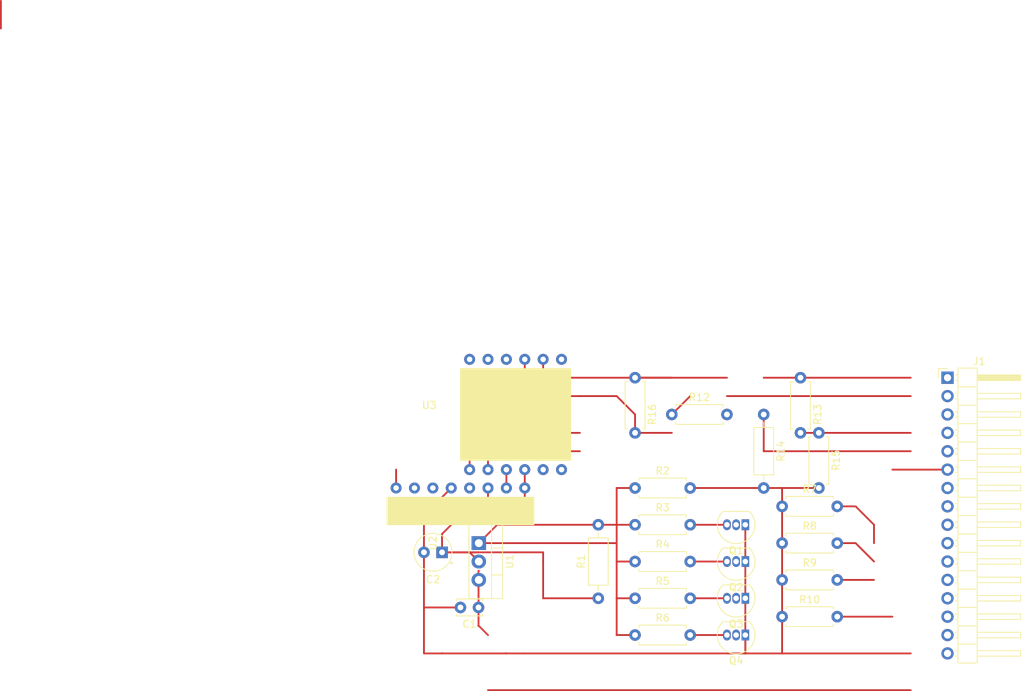
<source format=kicad_pcb>
(kicad_pcb (version 20171130) (host pcbnew "(5.1.6-0-10_14)")

  (general
    (thickness 1.6)
    (drawings 0)
    (tracks 95)
    (zones 0)
    (modules 25)
    (nets 37)
  )

  (page A4)
  (layers
    (0 F.Cu signal)
    (31 B.Cu signal)
    (32 B.Adhes user)
    (33 F.Adhes user)
    (34 B.Paste user)
    (35 F.Paste user)
    (36 B.SilkS user)
    (37 F.SilkS user)
    (38 B.Mask user)
    (39 F.Mask user)
    (40 Dwgs.User user)
    (41 Cmts.User user)
    (42 Eco1.User user)
    (43 Eco2.User user)
    (44 Edge.Cuts user)
    (45 Margin user)
    (46 B.CrtYd user)
    (47 F.CrtYd user)
    (48 B.Fab user)
    (49 F.Fab user)
  )

  (setup
    (last_trace_width 0.25)
    (trace_clearance 0.2)
    (zone_clearance 0.508)
    (zone_45_only no)
    (trace_min 0.2)
    (via_size 0.8)
    (via_drill 0.4)
    (via_min_size 0.4)
    (via_min_drill 0.3)
    (uvia_size 0.3)
    (uvia_drill 0.1)
    (uvias_allowed no)
    (uvia_min_size 0.2)
    (uvia_min_drill 0.1)
    (edge_width 0.05)
    (segment_width 0.2)
    (pcb_text_width 0.3)
    (pcb_text_size 1.5 1.5)
    (mod_edge_width 0.12)
    (mod_text_size 1 1)
    (mod_text_width 0.15)
    (pad_size 1.524 1.524)
    (pad_drill 0.762)
    (pad_to_mask_clearance 0.05)
    (aux_axis_origin 0 0)
    (visible_elements FFFFFF7F)
    (pcbplotparams
      (layerselection 0x010fc_ffffffff)
      (usegerberextensions false)
      (usegerberattributes true)
      (usegerberadvancedattributes true)
      (creategerberjobfile true)
      (excludeedgelayer true)
      (linewidth 0.100000)
      (plotframeref false)
      (viasonmask false)
      (mode 1)
      (useauxorigin false)
      (hpglpennumber 1)
      (hpglpenspeed 20)
      (hpglpendiameter 15.000000)
      (psnegative false)
      (psa4output false)
      (plotreference true)
      (plotvalue true)
      (plotinvisibletext false)
      (padsonsilk false)
      (subtractmaskfromsilk false)
      (outputformat 1)
      (mirror false)
      (drillshape 1)
      (scaleselection 1)
      (outputdirectory ""))
  )

  (net 0 "")
  (net 1 CT0)
  (net 2 "Net-(Q1-Pad3)")
  (net 3 "Net-(Q1-Pad2)")
  (net 4 "Net-(Q2-Pad3)")
  (net 5 "Net-(Q2-Pad2)")
  (net 6 "Net-(Q3-Pad3)")
  (net 7 "Net-(Q3-Pad2)")
  (net 8 "Net-(Q4-Pad3)")
  (net 9 "Net-(Q4-Pad2)")
  (net 10 "Net-(C2-Pad1)")
  (net 11 "Net-(R1-Pad2)")
  (net 12 12Vunreg)
  (net 13 GND)
  (net 14 TRACK0)
  (net 15 TRACK1)
  (net 16 CT1)
  (net 17 CT2)
  (net 18 CT3)
  (net 19 ISENSE)
  (net 20 VSENSE0)
  (net 21 VSENSE1)
  (net 22 "Net-(U2-Pad2)")
  (net 23 3.3V)
  (net 24 "Net-(U2-Pad6)")
  (net 25 "Net-(U2-Pad7)")
  (net 26 PWM1)
  (net 27 PWM2)
  (net 28 "Net-(U3-Pad11)")
  (net 29 "Net-(U3-Pad12)")
  (net 30 "Net-(U3-Pad1)")
  (net 31 "Net-(U3-Pad4)")
  (net 32 "Net-(U3-Pad5)")
  (net 33 "Net-(U3-Pad6)")
  (net 34 "Net-(J1-Pad15)")
  (net 35 "Net-(J1-Pad10)")
  (net 36 "Net-(J1-Pad3)")

  (net_class Default "This is the default net class."
    (clearance 0.2)
    (trace_width 0.25)
    (via_dia 0.8)
    (via_drill 0.4)
    (uvia_dia 0.3)
    (uvia_drill 0.1)
    (add_net 12Vunreg)
    (add_net 3.3V)
    (add_net CT0)
    (add_net CT1)
    (add_net CT2)
    (add_net CT3)
    (add_net GND)
    (add_net ISENSE)
    (add_net "Net-(C2-Pad1)")
    (add_net "Net-(J1-Pad10)")
    (add_net "Net-(J1-Pad15)")
    (add_net "Net-(J1-Pad3)")
    (add_net "Net-(Q1-Pad2)")
    (add_net "Net-(Q1-Pad3)")
    (add_net "Net-(Q2-Pad2)")
    (add_net "Net-(Q2-Pad3)")
    (add_net "Net-(Q3-Pad2)")
    (add_net "Net-(Q3-Pad3)")
    (add_net "Net-(Q4-Pad2)")
    (add_net "Net-(Q4-Pad3)")
    (add_net "Net-(R1-Pad2)")
    (add_net "Net-(U2-Pad2)")
    (add_net "Net-(U2-Pad6)")
    (add_net "Net-(U2-Pad7)")
    (add_net "Net-(U3-Pad1)")
    (add_net "Net-(U3-Pad11)")
    (add_net "Net-(U3-Pad12)")
    (add_net "Net-(U3-Pad4)")
    (add_net "Net-(U3-Pad5)")
    (add_net "Net-(U3-Pad6)")
    (add_net PWM1)
    (add_net PWM2)
    (add_net TRACK0)
    (add_net TRACK1)
    (add_net VSENSE0)
    (add_net VSENSE1)
  )

  (module Resistor_THT:R_Axial_DIN0207_L6.3mm_D2.5mm_P7.62mm_Horizontal (layer F.Cu) (tedit 5AE5139B) (tstamp 5F8EF1CC)
    (at 119.38 66.04 270)
    (descr "Resistor, Axial_DIN0207 series, Axial, Horizontal, pin pitch=7.62mm, 0.25W = 1/4W, length*diameter=6.3*2.5mm^2, http://cdn-reichelt.de/documents/datenblatt/B400/1_4W%23YAG.pdf")
    (tags "Resistor Axial_DIN0207 series Axial Horizontal pin pitch 7.62mm 0.25W = 1/4W length 6.3mm diameter 2.5mm")
    (path /5F2DC960)
    (fp_text reference R15 (at 3.81 -2.37 90) (layer F.SilkS)
      (effects (font (size 1 1) (thickness 0.15)))
    )
    (fp_text value 2200 (at 3.81 2.37 90) (layer F.Fab)
      (effects (font (size 1 1) (thickness 0.15)))
    )
    (fp_text user %R (at 3.81 0 90) (layer F.Fab)
      (effects (font (size 1 1) (thickness 0.15)))
    )
    (fp_line (start 0.66 -1.25) (end 0.66 1.25) (layer F.Fab) (width 0.1))
    (fp_line (start 0.66 1.25) (end 6.96 1.25) (layer F.Fab) (width 0.1))
    (fp_line (start 6.96 1.25) (end 6.96 -1.25) (layer F.Fab) (width 0.1))
    (fp_line (start 6.96 -1.25) (end 0.66 -1.25) (layer F.Fab) (width 0.1))
    (fp_line (start 0 0) (end 0.66 0) (layer F.Fab) (width 0.1))
    (fp_line (start 7.62 0) (end 6.96 0) (layer F.Fab) (width 0.1))
    (fp_line (start 0.54 -1.04) (end 0.54 -1.37) (layer F.SilkS) (width 0.12))
    (fp_line (start 0.54 -1.37) (end 7.08 -1.37) (layer F.SilkS) (width 0.12))
    (fp_line (start 7.08 -1.37) (end 7.08 -1.04) (layer F.SilkS) (width 0.12))
    (fp_line (start 0.54 1.04) (end 0.54 1.37) (layer F.SilkS) (width 0.12))
    (fp_line (start 0.54 1.37) (end 7.08 1.37) (layer F.SilkS) (width 0.12))
    (fp_line (start 7.08 1.37) (end 7.08 1.04) (layer F.SilkS) (width 0.12))
    (fp_line (start -1.05 -1.5) (end -1.05 1.5) (layer F.CrtYd) (width 0.05))
    (fp_line (start -1.05 1.5) (end 8.67 1.5) (layer F.CrtYd) (width 0.05))
    (fp_line (start 8.67 1.5) (end 8.67 -1.5) (layer F.CrtYd) (width 0.05))
    (fp_line (start 8.67 -1.5) (end -1.05 -1.5) (layer F.CrtYd) (width 0.05))
    (pad 2 thru_hole oval (at 7.62 0 270) (size 1.6 1.6) (drill 0.8) (layers *.Cu *.Mask)
      (net 13 GND))
    (pad 1 thru_hole circle (at 0 0 270) (size 1.6 1.6) (drill 0.8) (layers *.Cu *.Mask)
      (net 21 VSENSE1))
    (model ${KISYS3DMOD}/Resistor_THT.3dshapes/R_Axial_DIN0207_L6.3mm_D2.5mm_P7.62mm_Horizontal.wrl
      (at (xyz 0 0 0))
      (scale (xyz 1 1 1))
      (rotate (xyz 0 0 0))
    )
  )

  (module Module:module_2x6 (layer F.Cu) (tedit 5F8D9129) (tstamp 5F8E6B37)
    (at 66.04 62.23 270)
    (path /5F8954C9)
    (fp_text reference U3 (at 0 0.5) (layer F.SilkS)
      (effects (font (size 1 1) (thickness 0.15)))
    )
    (fp_text value ModuleDRV8833 (at 0 -0.5 270) (layer F.Fab)
      (effects (font (size 1 1) (thickness 0.15)))
    )
    (fp_poly (pts (xy 7.62 -3.81) (xy -5.08 -3.81) (xy -5.08 -19.05) (xy 7.62 -19.05)) (layer F.SilkS) (width 0.1))
    (pad 7 thru_hole circle (at 8.89 -5.08 270) (size 1.524 1.524) (drill 0.762) (layers *.Cu *.Mask)
      (net 26 PWM1))
    (pad 8 thru_hole circle (at 8.89 -7.62 270) (size 1.524 1.524) (drill 0.762) (layers *.Cu *.Mask)
      (net 27 PWM2))
    (pad 9 thru_hole circle (at 8.89 -10.16 270) (size 1.524 1.524) (drill 0.762) (layers *.Cu *.Mask)
      (net 22 "Net-(U2-Pad2)"))
    (pad 10 thru_hole circle (at 8.89 -12.7 270) (size 1.524 1.524) (drill 0.762) (layers *.Cu *.Mask)
      (net 13 GND))
    (pad 11 thru_hole circle (at 8.89 -15.24 270) (size 1.524 1.524) (drill 0.762) (layers *.Cu *.Mask)
      (net 28 "Net-(U3-Pad11)"))
    (pad 12 thru_hole circle (at 8.89 -17.78 270) (size 1.524 1.524) (drill 0.762) (layers *.Cu *.Mask)
      (net 29 "Net-(U3-Pad12)"))
    (pad 1 thru_hole circle (at -6.35 -17.78 270) (size 1.524 1.524) (drill 0.762) (layers *.Cu *.Mask)
      (net 30 "Net-(U3-Pad1)"))
    (pad 2 thru_hole circle (at -6.35 -15.24 270) (size 1.524 1.524) (drill 0.762) (layers *.Cu *.Mask)
      (net 14 TRACK0))
    (pad 3 thru_hole circle (at -6.35 -12.7 270) (size 1.524 1.524) (drill 0.762) (layers *.Cu *.Mask)
      (net 15 TRACK1))
    (pad 4 thru_hole circle (at -6.35 -10.16 270) (size 1.524 1.524) (drill 0.762) (layers *.Cu *.Mask)
      (net 31 "Net-(U3-Pad4)"))
    (pad 5 thru_hole circle (at -6.35 -7.62 270) (size 1.524 1.524) (drill 0.762) (layers *.Cu *.Mask)
      (net 32 "Net-(U3-Pad5)"))
    (pad 6 thru_hole circle (at -6.35 -5.08 270) (size 1.524 1.524) (drill 0.762) (layers *.Cu *.Mask)
      (net 33 "Net-(U3-Pad6)"))
  )

  (module Resistor_THT:R_Axial_DIN0207_L6.3mm_D2.5mm_P7.62mm_Horizontal (layer F.Cu) (tedit 5AE5139B) (tstamp 5F8EB231)
    (at 99.06 63.5)
    (descr "Resistor, Axial_DIN0207 series, Axial, Horizontal, pin pitch=7.62mm, 0.25W = 1/4W, length*diameter=6.3*2.5mm^2, http://cdn-reichelt.de/documents/datenblatt/B400/1_4W%23YAG.pdf")
    (tags "Resistor Axial_DIN0207 series Axial Horizontal pin pitch 7.62mm 0.25W = 1/4W length 6.3mm diameter 2.5mm")
    (path /5F2DD40C)
    (fp_text reference R12 (at 3.81 -2.37) (layer F.SilkS)
      (effects (font (size 1 1) (thickness 0.15)))
    )
    (fp_text value 10k (at 3.81 2.37) (layer F.Fab)
      (effects (font (size 1 1) (thickness 0.15)))
    )
    (fp_text user %R (at 3.81 0) (layer F.Fab)
      (effects (font (size 1 1) (thickness 0.15)))
    )
    (fp_line (start 0.66 -1.25) (end 0.66 1.25) (layer F.Fab) (width 0.1))
    (fp_line (start 0.66 1.25) (end 6.96 1.25) (layer F.Fab) (width 0.1))
    (fp_line (start 6.96 1.25) (end 6.96 -1.25) (layer F.Fab) (width 0.1))
    (fp_line (start 6.96 -1.25) (end 0.66 -1.25) (layer F.Fab) (width 0.1))
    (fp_line (start 0 0) (end 0.66 0) (layer F.Fab) (width 0.1))
    (fp_line (start 7.62 0) (end 6.96 0) (layer F.Fab) (width 0.1))
    (fp_line (start 0.54 -1.04) (end 0.54 -1.37) (layer F.SilkS) (width 0.12))
    (fp_line (start 0.54 -1.37) (end 7.08 -1.37) (layer F.SilkS) (width 0.12))
    (fp_line (start 7.08 -1.37) (end 7.08 -1.04) (layer F.SilkS) (width 0.12))
    (fp_line (start 0.54 1.04) (end 0.54 1.37) (layer F.SilkS) (width 0.12))
    (fp_line (start 0.54 1.37) (end 7.08 1.37) (layer F.SilkS) (width 0.12))
    (fp_line (start 7.08 1.37) (end 7.08 1.04) (layer F.SilkS) (width 0.12))
    (fp_line (start -1.05 -1.5) (end -1.05 1.5) (layer F.CrtYd) (width 0.05))
    (fp_line (start -1.05 1.5) (end 8.67 1.5) (layer F.CrtYd) (width 0.05))
    (fp_line (start 8.67 1.5) (end 8.67 -1.5) (layer F.CrtYd) (width 0.05))
    (fp_line (start 8.67 -1.5) (end -1.05 -1.5) (layer F.CrtYd) (width 0.05))
    (pad 2 thru_hole oval (at 7.62 0) (size 1.6 1.6) (drill 0.8) (layers *.Cu *.Mask)
      (net 20 VSENSE0))
    (pad 1 thru_hole circle (at 0 0) (size 1.6 1.6) (drill 0.8) (layers *.Cu *.Mask)
      (net 15 TRACK1))
    (model ${KISYS3DMOD}/Resistor_THT.3dshapes/R_Axial_DIN0207_L6.3mm_D2.5mm_P7.62mm_Horizontal.wrl
      (at (xyz 0 0 0))
      (scale (xyz 1 1 1))
      (rotate (xyz 0 0 0))
    )
  )

  (module Resistor_THT:R_Axial_DIN0207_L6.3mm_D2.5mm_P7.62mm_Horizontal (layer F.Cu) (tedit 5AE5139B) (tstamp 5F3C8664)
    (at 114.3 91.44)
    (descr "Resistor, Axial_DIN0207 series, Axial, Horizontal, pin pitch=7.62mm, 0.25W = 1/4W, length*diameter=6.3*2.5mm^2, http://cdn-reichelt.de/documents/datenblatt/B400/1_4W%23YAG.pdf")
    (tags "Resistor Axial_DIN0207 series Axial Horizontal pin pitch 7.62mm 0.25W = 1/4W length 6.3mm diameter 2.5mm")
    (path /5F262E74)
    (fp_text reference R10 (at 3.81 -2.37) (layer F.SilkS)
      (effects (font (size 1 1) (thickness 0.15)))
    )
    (fp_text value 2200 (at 3.81 2.37) (layer F.Fab)
      (effects (font (size 1 1) (thickness 0.15)))
    )
    (fp_text user %R (at 3.81 0) (layer F.Fab)
      (effects (font (size 1 1) (thickness 0.15)))
    )
    (fp_line (start 0.66 -1.25) (end 0.66 1.25) (layer F.Fab) (width 0.1))
    (fp_line (start 0.66 1.25) (end 6.96 1.25) (layer F.Fab) (width 0.1))
    (fp_line (start 6.96 1.25) (end 6.96 -1.25) (layer F.Fab) (width 0.1))
    (fp_line (start 6.96 -1.25) (end 0.66 -1.25) (layer F.Fab) (width 0.1))
    (fp_line (start 0 0) (end 0.66 0) (layer F.Fab) (width 0.1))
    (fp_line (start 7.62 0) (end 6.96 0) (layer F.Fab) (width 0.1))
    (fp_line (start 0.54 -1.04) (end 0.54 -1.37) (layer F.SilkS) (width 0.12))
    (fp_line (start 0.54 -1.37) (end 7.08 -1.37) (layer F.SilkS) (width 0.12))
    (fp_line (start 7.08 -1.37) (end 7.08 -1.04) (layer F.SilkS) (width 0.12))
    (fp_line (start 0.54 1.04) (end 0.54 1.37) (layer F.SilkS) (width 0.12))
    (fp_line (start 0.54 1.37) (end 7.08 1.37) (layer F.SilkS) (width 0.12))
    (fp_line (start 7.08 1.37) (end 7.08 1.04) (layer F.SilkS) (width 0.12))
    (fp_line (start -1.05 -1.5) (end -1.05 1.5) (layer F.CrtYd) (width 0.05))
    (fp_line (start -1.05 1.5) (end 8.67 1.5) (layer F.CrtYd) (width 0.05))
    (fp_line (start 8.67 1.5) (end 8.67 -1.5) (layer F.CrtYd) (width 0.05))
    (fp_line (start 8.67 -1.5) (end -1.05 -1.5) (layer F.CrtYd) (width 0.05))
    (pad 2 thru_hole oval (at 7.62 0) (size 1.6 1.6) (drill 0.8) (layers *.Cu *.Mask)
      (net 18 CT3))
    (pad 1 thru_hole circle (at 0 0) (size 1.6 1.6) (drill 0.8) (layers *.Cu *.Mask)
      (net 9 "Net-(Q4-Pad2)"))
    (model ${KISYS3DMOD}/Resistor_THT.3dshapes/R_Axial_DIN0207_L6.3mm_D2.5mm_P7.62mm_Horizontal.wrl
      (at (xyz 0 0 0))
      (scale (xyz 1 1 1))
      (rotate (xyz 0 0 0))
    )
  )

  (module Resistor_THT:R_Axial_DIN0207_L6.3mm_D2.5mm_P7.62mm_Horizontal (layer F.Cu) (tedit 5AE5139B) (tstamp 5F3C864D)
    (at 114.3 86.36)
    (descr "Resistor, Axial_DIN0207 series, Axial, Horizontal, pin pitch=7.62mm, 0.25W = 1/4W, length*diameter=6.3*2.5mm^2, http://cdn-reichelt.de/documents/datenblatt/B400/1_4W%23YAG.pdf")
    (tags "Resistor Axial_DIN0207 series Axial Horizontal pin pitch 7.62mm 0.25W = 1/4W length 6.3mm diameter 2.5mm")
    (path /5F262B7F)
    (fp_text reference R9 (at 3.81 -2.37) (layer F.SilkS)
      (effects (font (size 1 1) (thickness 0.15)))
    )
    (fp_text value 2200 (at 3.81 2.37) (layer F.Fab)
      (effects (font (size 1 1) (thickness 0.15)))
    )
    (fp_text user %R (at 3.81 0) (layer F.Fab)
      (effects (font (size 1 1) (thickness 0.15)))
    )
    (fp_line (start 0.66 -1.25) (end 0.66 1.25) (layer F.Fab) (width 0.1))
    (fp_line (start 0.66 1.25) (end 6.96 1.25) (layer F.Fab) (width 0.1))
    (fp_line (start 6.96 1.25) (end 6.96 -1.25) (layer F.Fab) (width 0.1))
    (fp_line (start 6.96 -1.25) (end 0.66 -1.25) (layer F.Fab) (width 0.1))
    (fp_line (start 0 0) (end 0.66 0) (layer F.Fab) (width 0.1))
    (fp_line (start 7.62 0) (end 6.96 0) (layer F.Fab) (width 0.1))
    (fp_line (start 0.54 -1.04) (end 0.54 -1.37) (layer F.SilkS) (width 0.12))
    (fp_line (start 0.54 -1.37) (end 7.08 -1.37) (layer F.SilkS) (width 0.12))
    (fp_line (start 7.08 -1.37) (end 7.08 -1.04) (layer F.SilkS) (width 0.12))
    (fp_line (start 0.54 1.04) (end 0.54 1.37) (layer F.SilkS) (width 0.12))
    (fp_line (start 0.54 1.37) (end 7.08 1.37) (layer F.SilkS) (width 0.12))
    (fp_line (start 7.08 1.37) (end 7.08 1.04) (layer F.SilkS) (width 0.12))
    (fp_line (start -1.05 -1.5) (end -1.05 1.5) (layer F.CrtYd) (width 0.05))
    (fp_line (start -1.05 1.5) (end 8.67 1.5) (layer F.CrtYd) (width 0.05))
    (fp_line (start 8.67 1.5) (end 8.67 -1.5) (layer F.CrtYd) (width 0.05))
    (fp_line (start 8.67 -1.5) (end -1.05 -1.5) (layer F.CrtYd) (width 0.05))
    (pad 2 thru_hole oval (at 7.62 0) (size 1.6 1.6) (drill 0.8) (layers *.Cu *.Mask)
      (net 17 CT2))
    (pad 1 thru_hole circle (at 0 0) (size 1.6 1.6) (drill 0.8) (layers *.Cu *.Mask)
      (net 7 "Net-(Q3-Pad2)"))
    (model ${KISYS3DMOD}/Resistor_THT.3dshapes/R_Axial_DIN0207_L6.3mm_D2.5mm_P7.62mm_Horizontal.wrl
      (at (xyz 0 0 0))
      (scale (xyz 1 1 1))
      (rotate (xyz 0 0 0))
    )
  )

  (module Resistor_THT:R_Axial_DIN0207_L6.3mm_D2.5mm_P7.62mm_Horizontal (layer F.Cu) (tedit 5AE5139B) (tstamp 5F3C8636)
    (at 114.3 81.28)
    (descr "Resistor, Axial_DIN0207 series, Axial, Horizontal, pin pitch=7.62mm, 0.25W = 1/4W, length*diameter=6.3*2.5mm^2, http://cdn-reichelt.de/documents/datenblatt/B400/1_4W%23YAG.pdf")
    (tags "Resistor Axial_DIN0207 series Axial Horizontal pin pitch 7.62mm 0.25W = 1/4W length 6.3mm diameter 2.5mm")
    (path /5F2623C3)
    (fp_text reference R8 (at 3.81 -2.37) (layer F.SilkS)
      (effects (font (size 1 1) (thickness 0.15)))
    )
    (fp_text value 2200 (at 3.81 2.37) (layer F.Fab)
      (effects (font (size 1 1) (thickness 0.15)))
    )
    (fp_text user %R (at 3.81 0) (layer F.Fab)
      (effects (font (size 1 1) (thickness 0.15)))
    )
    (fp_line (start 0.66 -1.25) (end 0.66 1.25) (layer F.Fab) (width 0.1))
    (fp_line (start 0.66 1.25) (end 6.96 1.25) (layer F.Fab) (width 0.1))
    (fp_line (start 6.96 1.25) (end 6.96 -1.25) (layer F.Fab) (width 0.1))
    (fp_line (start 6.96 -1.25) (end 0.66 -1.25) (layer F.Fab) (width 0.1))
    (fp_line (start 0 0) (end 0.66 0) (layer F.Fab) (width 0.1))
    (fp_line (start 7.62 0) (end 6.96 0) (layer F.Fab) (width 0.1))
    (fp_line (start 0.54 -1.04) (end 0.54 -1.37) (layer F.SilkS) (width 0.12))
    (fp_line (start 0.54 -1.37) (end 7.08 -1.37) (layer F.SilkS) (width 0.12))
    (fp_line (start 7.08 -1.37) (end 7.08 -1.04) (layer F.SilkS) (width 0.12))
    (fp_line (start 0.54 1.04) (end 0.54 1.37) (layer F.SilkS) (width 0.12))
    (fp_line (start 0.54 1.37) (end 7.08 1.37) (layer F.SilkS) (width 0.12))
    (fp_line (start 7.08 1.37) (end 7.08 1.04) (layer F.SilkS) (width 0.12))
    (fp_line (start -1.05 -1.5) (end -1.05 1.5) (layer F.CrtYd) (width 0.05))
    (fp_line (start -1.05 1.5) (end 8.67 1.5) (layer F.CrtYd) (width 0.05))
    (fp_line (start 8.67 1.5) (end 8.67 -1.5) (layer F.CrtYd) (width 0.05))
    (fp_line (start 8.67 -1.5) (end -1.05 -1.5) (layer F.CrtYd) (width 0.05))
    (pad 2 thru_hole oval (at 7.62 0) (size 1.6 1.6) (drill 0.8) (layers *.Cu *.Mask)
      (net 16 CT1))
    (pad 1 thru_hole circle (at 0 0) (size 1.6 1.6) (drill 0.8) (layers *.Cu *.Mask)
      (net 5 "Net-(Q2-Pad2)"))
    (model ${KISYS3DMOD}/Resistor_THT.3dshapes/R_Axial_DIN0207_L6.3mm_D2.5mm_P7.62mm_Horizontal.wrl
      (at (xyz 0 0 0))
      (scale (xyz 1 1 1))
      (rotate (xyz 0 0 0))
    )
  )

  (module Resistor_THT:R_Axial_DIN0207_L6.3mm_D2.5mm_P7.62mm_Horizontal (layer F.Cu) (tedit 5AE5139B) (tstamp 5F3C861F)
    (at 114.3 76.2)
    (descr "Resistor, Axial_DIN0207 series, Axial, Horizontal, pin pitch=7.62mm, 0.25W = 1/4W, length*diameter=6.3*2.5mm^2, http://cdn-reichelt.de/documents/datenblatt/B400/1_4W%23YAG.pdf")
    (tags "Resistor Axial_DIN0207 series Axial Horizontal pin pitch 7.62mm 0.25W = 1/4W length 6.3mm diameter 2.5mm")
    (path /5F26177F)
    (fp_text reference R7 (at 3.81 -2.37) (layer F.SilkS)
      (effects (font (size 1 1) (thickness 0.15)))
    )
    (fp_text value 2200 (at 3.81 2.37) (layer F.Fab)
      (effects (font (size 1 1) (thickness 0.15)))
    )
    (fp_text user %R (at 3.81 0) (layer F.Fab)
      (effects (font (size 1 1) (thickness 0.15)))
    )
    (fp_line (start 0.66 -1.25) (end 0.66 1.25) (layer F.Fab) (width 0.1))
    (fp_line (start 0.66 1.25) (end 6.96 1.25) (layer F.Fab) (width 0.1))
    (fp_line (start 6.96 1.25) (end 6.96 -1.25) (layer F.Fab) (width 0.1))
    (fp_line (start 6.96 -1.25) (end 0.66 -1.25) (layer F.Fab) (width 0.1))
    (fp_line (start 0 0) (end 0.66 0) (layer F.Fab) (width 0.1))
    (fp_line (start 7.62 0) (end 6.96 0) (layer F.Fab) (width 0.1))
    (fp_line (start 0.54 -1.04) (end 0.54 -1.37) (layer F.SilkS) (width 0.12))
    (fp_line (start 0.54 -1.37) (end 7.08 -1.37) (layer F.SilkS) (width 0.12))
    (fp_line (start 7.08 -1.37) (end 7.08 -1.04) (layer F.SilkS) (width 0.12))
    (fp_line (start 0.54 1.04) (end 0.54 1.37) (layer F.SilkS) (width 0.12))
    (fp_line (start 0.54 1.37) (end 7.08 1.37) (layer F.SilkS) (width 0.12))
    (fp_line (start 7.08 1.37) (end 7.08 1.04) (layer F.SilkS) (width 0.12))
    (fp_line (start -1.05 -1.5) (end -1.05 1.5) (layer F.CrtYd) (width 0.05))
    (fp_line (start -1.05 1.5) (end 8.67 1.5) (layer F.CrtYd) (width 0.05))
    (fp_line (start 8.67 1.5) (end 8.67 -1.5) (layer F.CrtYd) (width 0.05))
    (fp_line (start 8.67 -1.5) (end -1.05 -1.5) (layer F.CrtYd) (width 0.05))
    (pad 2 thru_hole oval (at 7.62 0) (size 1.6 1.6) (drill 0.8) (layers *.Cu *.Mask)
      (net 1 CT0))
    (pad 1 thru_hole circle (at 0 0) (size 1.6 1.6) (drill 0.8) (layers *.Cu *.Mask)
      (net 3 "Net-(Q1-Pad2)"))
    (model ${KISYS3DMOD}/Resistor_THT.3dshapes/R_Axial_DIN0207_L6.3mm_D2.5mm_P7.62mm_Horizontal.wrl
      (at (xyz 0 0 0))
      (scale (xyz 1 1 1))
      (rotate (xyz 0 0 0))
    )
  )

  (module Resistor_THT:R_Axial_DIN0207_L6.3mm_D2.5mm_P7.62mm_Horizontal (layer F.Cu) (tedit 5AE5139B) (tstamp 5F3C8608)
    (at 93.98 93.98)
    (descr "Resistor, Axial_DIN0207 series, Axial, Horizontal, pin pitch=7.62mm, 0.25W = 1/4W, length*diameter=6.3*2.5mm^2, http://cdn-reichelt.de/documents/datenblatt/B400/1_4W%23YAG.pdf")
    (tags "Resistor Axial_DIN0207 series Axial Horizontal pin pitch 7.62mm 0.25W = 1/4W length 6.3mm diameter 2.5mm")
    (path /5F25C453)
    (fp_text reference R6 (at 3.81 -2.37) (layer F.SilkS)
      (effects (font (size 1 1) (thickness 0.15)))
    )
    (fp_text value R (at 3.81 2.37) (layer F.Fab)
      (effects (font (size 1 1) (thickness 0.15)))
    )
    (fp_text user %R (at 3.81 0) (layer F.Fab)
      (effects (font (size 1 1) (thickness 0.15)))
    )
    (fp_line (start 0.66 -1.25) (end 0.66 1.25) (layer F.Fab) (width 0.1))
    (fp_line (start 0.66 1.25) (end 6.96 1.25) (layer F.Fab) (width 0.1))
    (fp_line (start 6.96 1.25) (end 6.96 -1.25) (layer F.Fab) (width 0.1))
    (fp_line (start 6.96 -1.25) (end 0.66 -1.25) (layer F.Fab) (width 0.1))
    (fp_line (start 0 0) (end 0.66 0) (layer F.Fab) (width 0.1))
    (fp_line (start 7.62 0) (end 6.96 0) (layer F.Fab) (width 0.1))
    (fp_line (start 0.54 -1.04) (end 0.54 -1.37) (layer F.SilkS) (width 0.12))
    (fp_line (start 0.54 -1.37) (end 7.08 -1.37) (layer F.SilkS) (width 0.12))
    (fp_line (start 7.08 -1.37) (end 7.08 -1.04) (layer F.SilkS) (width 0.12))
    (fp_line (start 0.54 1.04) (end 0.54 1.37) (layer F.SilkS) (width 0.12))
    (fp_line (start 0.54 1.37) (end 7.08 1.37) (layer F.SilkS) (width 0.12))
    (fp_line (start 7.08 1.37) (end 7.08 1.04) (layer F.SilkS) (width 0.12))
    (fp_line (start -1.05 -1.5) (end -1.05 1.5) (layer F.CrtYd) (width 0.05))
    (fp_line (start -1.05 1.5) (end 8.67 1.5) (layer F.CrtYd) (width 0.05))
    (fp_line (start 8.67 1.5) (end 8.67 -1.5) (layer F.CrtYd) (width 0.05))
    (fp_line (start 8.67 -1.5) (end -1.05 -1.5) (layer F.CrtYd) (width 0.05))
    (pad 2 thru_hole oval (at 7.62 0) (size 1.6 1.6) (drill 0.8) (layers *.Cu *.Mask)
      (net 8 "Net-(Q4-Pad3)"))
    (pad 1 thru_hole circle (at 0 0) (size 1.6 1.6) (drill 0.8) (layers *.Cu *.Mask)
      (net 11 "Net-(R1-Pad2)"))
    (model ${KISYS3DMOD}/Resistor_THT.3dshapes/R_Axial_DIN0207_L6.3mm_D2.5mm_P7.62mm_Horizontal.wrl
      (at (xyz 0 0 0))
      (scale (xyz 1 1 1))
      (rotate (xyz 0 0 0))
    )
  )

  (module Resistor_THT:R_Axial_DIN0207_L6.3mm_D2.5mm_P7.62mm_Horizontal (layer F.Cu) (tedit 5AE5139B) (tstamp 5F3C85F1)
    (at 93.98 88.9)
    (descr "Resistor, Axial_DIN0207 series, Axial, Horizontal, pin pitch=7.62mm, 0.25W = 1/4W, length*diameter=6.3*2.5mm^2, http://cdn-reichelt.de/documents/datenblatt/B400/1_4W%23YAG.pdf")
    (tags "Resistor Axial_DIN0207 series Axial Horizontal pin pitch 7.62mm 0.25W = 1/4W length 6.3mm diameter 2.5mm")
    (path /5F25B92C)
    (fp_text reference R5 (at 3.81 -2.37) (layer F.SilkS)
      (effects (font (size 1 1) (thickness 0.15)))
    )
    (fp_text value R (at 3.81 2.37) (layer F.Fab)
      (effects (font (size 1 1) (thickness 0.15)))
    )
    (fp_text user %R (at 3.81 0) (layer F.Fab)
      (effects (font (size 1 1) (thickness 0.15)))
    )
    (fp_line (start 0.66 -1.25) (end 0.66 1.25) (layer F.Fab) (width 0.1))
    (fp_line (start 0.66 1.25) (end 6.96 1.25) (layer F.Fab) (width 0.1))
    (fp_line (start 6.96 1.25) (end 6.96 -1.25) (layer F.Fab) (width 0.1))
    (fp_line (start 6.96 -1.25) (end 0.66 -1.25) (layer F.Fab) (width 0.1))
    (fp_line (start 0 0) (end 0.66 0) (layer F.Fab) (width 0.1))
    (fp_line (start 7.62 0) (end 6.96 0) (layer F.Fab) (width 0.1))
    (fp_line (start 0.54 -1.04) (end 0.54 -1.37) (layer F.SilkS) (width 0.12))
    (fp_line (start 0.54 -1.37) (end 7.08 -1.37) (layer F.SilkS) (width 0.12))
    (fp_line (start 7.08 -1.37) (end 7.08 -1.04) (layer F.SilkS) (width 0.12))
    (fp_line (start 0.54 1.04) (end 0.54 1.37) (layer F.SilkS) (width 0.12))
    (fp_line (start 0.54 1.37) (end 7.08 1.37) (layer F.SilkS) (width 0.12))
    (fp_line (start 7.08 1.37) (end 7.08 1.04) (layer F.SilkS) (width 0.12))
    (fp_line (start -1.05 -1.5) (end -1.05 1.5) (layer F.CrtYd) (width 0.05))
    (fp_line (start -1.05 1.5) (end 8.67 1.5) (layer F.CrtYd) (width 0.05))
    (fp_line (start 8.67 1.5) (end 8.67 -1.5) (layer F.CrtYd) (width 0.05))
    (fp_line (start 8.67 -1.5) (end -1.05 -1.5) (layer F.CrtYd) (width 0.05))
    (pad 2 thru_hole oval (at 7.62 0) (size 1.6 1.6) (drill 0.8) (layers *.Cu *.Mask)
      (net 6 "Net-(Q3-Pad3)"))
    (pad 1 thru_hole circle (at 0 0) (size 1.6 1.6) (drill 0.8) (layers *.Cu *.Mask)
      (net 11 "Net-(R1-Pad2)"))
    (model ${KISYS3DMOD}/Resistor_THT.3dshapes/R_Axial_DIN0207_L6.3mm_D2.5mm_P7.62mm_Horizontal.wrl
      (at (xyz 0 0 0))
      (scale (xyz 1 1 1))
      (rotate (xyz 0 0 0))
    )
  )

  (module Resistor_THT:R_Axial_DIN0207_L6.3mm_D2.5mm_P7.62mm_Horizontal (layer F.Cu) (tedit 5AE5139B) (tstamp 5F3C85DA)
    (at 93.98 83.82)
    (descr "Resistor, Axial_DIN0207 series, Axial, Horizontal, pin pitch=7.62mm, 0.25W = 1/4W, length*diameter=6.3*2.5mm^2, http://cdn-reichelt.de/documents/datenblatt/B400/1_4W%23YAG.pdf")
    (tags "Resistor Axial_DIN0207 series Axial Horizontal pin pitch 7.62mm 0.25W = 1/4W length 6.3mm diameter 2.5mm")
    (path /5F25A5F8)
    (fp_text reference R4 (at 3.81 -2.37) (layer F.SilkS)
      (effects (font (size 1 1) (thickness 0.15)))
    )
    (fp_text value R (at 3.81 2.37) (layer F.Fab)
      (effects (font (size 1 1) (thickness 0.15)))
    )
    (fp_text user %R (at 3.81 0) (layer F.Fab)
      (effects (font (size 1 1) (thickness 0.15)))
    )
    (fp_line (start 0.66 -1.25) (end 0.66 1.25) (layer F.Fab) (width 0.1))
    (fp_line (start 0.66 1.25) (end 6.96 1.25) (layer F.Fab) (width 0.1))
    (fp_line (start 6.96 1.25) (end 6.96 -1.25) (layer F.Fab) (width 0.1))
    (fp_line (start 6.96 -1.25) (end 0.66 -1.25) (layer F.Fab) (width 0.1))
    (fp_line (start 0 0) (end 0.66 0) (layer F.Fab) (width 0.1))
    (fp_line (start 7.62 0) (end 6.96 0) (layer F.Fab) (width 0.1))
    (fp_line (start 0.54 -1.04) (end 0.54 -1.37) (layer F.SilkS) (width 0.12))
    (fp_line (start 0.54 -1.37) (end 7.08 -1.37) (layer F.SilkS) (width 0.12))
    (fp_line (start 7.08 -1.37) (end 7.08 -1.04) (layer F.SilkS) (width 0.12))
    (fp_line (start 0.54 1.04) (end 0.54 1.37) (layer F.SilkS) (width 0.12))
    (fp_line (start 0.54 1.37) (end 7.08 1.37) (layer F.SilkS) (width 0.12))
    (fp_line (start 7.08 1.37) (end 7.08 1.04) (layer F.SilkS) (width 0.12))
    (fp_line (start -1.05 -1.5) (end -1.05 1.5) (layer F.CrtYd) (width 0.05))
    (fp_line (start -1.05 1.5) (end 8.67 1.5) (layer F.CrtYd) (width 0.05))
    (fp_line (start 8.67 1.5) (end 8.67 -1.5) (layer F.CrtYd) (width 0.05))
    (fp_line (start 8.67 -1.5) (end -1.05 -1.5) (layer F.CrtYd) (width 0.05))
    (pad 2 thru_hole oval (at 7.62 0) (size 1.6 1.6) (drill 0.8) (layers *.Cu *.Mask)
      (net 4 "Net-(Q2-Pad3)"))
    (pad 1 thru_hole circle (at 0 0) (size 1.6 1.6) (drill 0.8) (layers *.Cu *.Mask)
      (net 11 "Net-(R1-Pad2)"))
    (model ${KISYS3DMOD}/Resistor_THT.3dshapes/R_Axial_DIN0207_L6.3mm_D2.5mm_P7.62mm_Horizontal.wrl
      (at (xyz 0 0 0))
      (scale (xyz 1 1 1))
      (rotate (xyz 0 0 0))
    )
  )

  (module Resistor_THT:R_Axial_DIN0207_L6.3mm_D2.5mm_P7.62mm_Horizontal (layer F.Cu) (tedit 5AE5139B) (tstamp 5F3C85C3)
    (at 93.98 78.74)
    (descr "Resistor, Axial_DIN0207 series, Axial, Horizontal, pin pitch=7.62mm, 0.25W = 1/4W, length*diameter=6.3*2.5mm^2, http://cdn-reichelt.de/documents/datenblatt/B400/1_4W%23YAG.pdf")
    (tags "Resistor Axial_DIN0207 series Axial Horizontal pin pitch 7.62mm 0.25W = 1/4W length 6.3mm diameter 2.5mm")
    (path /5F24EEA1)
    (fp_text reference R3 (at 3.81 -2.37) (layer F.SilkS)
      (effects (font (size 1 1) (thickness 0.15)))
    )
    (fp_text value R (at 3.81 2.37) (layer F.Fab)
      (effects (font (size 1 1) (thickness 0.15)))
    )
    (fp_text user %R (at 3.81 0) (layer F.Fab)
      (effects (font (size 1 1) (thickness 0.15)))
    )
    (fp_line (start 0.66 -1.25) (end 0.66 1.25) (layer F.Fab) (width 0.1))
    (fp_line (start 0.66 1.25) (end 6.96 1.25) (layer F.Fab) (width 0.1))
    (fp_line (start 6.96 1.25) (end 6.96 -1.25) (layer F.Fab) (width 0.1))
    (fp_line (start 6.96 -1.25) (end 0.66 -1.25) (layer F.Fab) (width 0.1))
    (fp_line (start 0 0) (end 0.66 0) (layer F.Fab) (width 0.1))
    (fp_line (start 7.62 0) (end 6.96 0) (layer F.Fab) (width 0.1))
    (fp_line (start 0.54 -1.04) (end 0.54 -1.37) (layer F.SilkS) (width 0.12))
    (fp_line (start 0.54 -1.37) (end 7.08 -1.37) (layer F.SilkS) (width 0.12))
    (fp_line (start 7.08 -1.37) (end 7.08 -1.04) (layer F.SilkS) (width 0.12))
    (fp_line (start 0.54 1.04) (end 0.54 1.37) (layer F.SilkS) (width 0.12))
    (fp_line (start 0.54 1.37) (end 7.08 1.37) (layer F.SilkS) (width 0.12))
    (fp_line (start 7.08 1.37) (end 7.08 1.04) (layer F.SilkS) (width 0.12))
    (fp_line (start -1.05 -1.5) (end -1.05 1.5) (layer F.CrtYd) (width 0.05))
    (fp_line (start -1.05 1.5) (end 8.67 1.5) (layer F.CrtYd) (width 0.05))
    (fp_line (start 8.67 1.5) (end 8.67 -1.5) (layer F.CrtYd) (width 0.05))
    (fp_line (start 8.67 -1.5) (end -1.05 -1.5) (layer F.CrtYd) (width 0.05))
    (pad 2 thru_hole oval (at 7.62 0) (size 1.6 1.6) (drill 0.8) (layers *.Cu *.Mask)
      (net 2 "Net-(Q1-Pad3)"))
    (pad 1 thru_hole circle (at 0 0) (size 1.6 1.6) (drill 0.8) (layers *.Cu *.Mask)
      (net 11 "Net-(R1-Pad2)"))
    (model ${KISYS3DMOD}/Resistor_THT.3dshapes/R_Axial_DIN0207_L6.3mm_D2.5mm_P7.62mm_Horizontal.wrl
      (at (xyz 0 0 0))
      (scale (xyz 1 1 1))
      (rotate (xyz 0 0 0))
    )
  )

  (module Resistor_THT:R_Axial_DIN0207_L6.3mm_D2.5mm_P7.62mm_Horizontal (layer F.Cu) (tedit 5AE5139B) (tstamp 5F3C85AC)
    (at 93.98 73.66)
    (descr "Resistor, Axial_DIN0207 series, Axial, Horizontal, pin pitch=7.62mm, 0.25W = 1/4W, length*diameter=6.3*2.5mm^2, http://cdn-reichelt.de/documents/datenblatt/B400/1_4W%23YAG.pdf")
    (tags "Resistor Axial_DIN0207 series Axial Horizontal pin pitch 7.62mm 0.25W = 1/4W length 6.3mm diameter 2.5mm")
    (path /5F2F5602)
    (fp_text reference R2 (at 3.81 -2.37) (layer F.SilkS)
      (effects (font (size 1 1) (thickness 0.15)))
    )
    (fp_text value R (at 3.81 2.37) (layer F.Fab)
      (effects (font (size 1 1) (thickness 0.15)))
    )
    (fp_text user %R (at 3.81 0) (layer F.Fab)
      (effects (font (size 1 1) (thickness 0.15)))
    )
    (fp_line (start 0.66 -1.25) (end 0.66 1.25) (layer F.Fab) (width 0.1))
    (fp_line (start 0.66 1.25) (end 6.96 1.25) (layer F.Fab) (width 0.1))
    (fp_line (start 6.96 1.25) (end 6.96 -1.25) (layer F.Fab) (width 0.1))
    (fp_line (start 6.96 -1.25) (end 0.66 -1.25) (layer F.Fab) (width 0.1))
    (fp_line (start 0 0) (end 0.66 0) (layer F.Fab) (width 0.1))
    (fp_line (start 7.62 0) (end 6.96 0) (layer F.Fab) (width 0.1))
    (fp_line (start 0.54 -1.04) (end 0.54 -1.37) (layer F.SilkS) (width 0.12))
    (fp_line (start 0.54 -1.37) (end 7.08 -1.37) (layer F.SilkS) (width 0.12))
    (fp_line (start 7.08 -1.37) (end 7.08 -1.04) (layer F.SilkS) (width 0.12))
    (fp_line (start 0.54 1.04) (end 0.54 1.37) (layer F.SilkS) (width 0.12))
    (fp_line (start 0.54 1.37) (end 7.08 1.37) (layer F.SilkS) (width 0.12))
    (fp_line (start 7.08 1.37) (end 7.08 1.04) (layer F.SilkS) (width 0.12))
    (fp_line (start -1.05 -1.5) (end -1.05 1.5) (layer F.CrtYd) (width 0.05))
    (fp_line (start -1.05 1.5) (end 8.67 1.5) (layer F.CrtYd) (width 0.05))
    (fp_line (start 8.67 1.5) (end 8.67 -1.5) (layer F.CrtYd) (width 0.05))
    (fp_line (start 8.67 -1.5) (end -1.05 -1.5) (layer F.CrtYd) (width 0.05))
    (pad 2 thru_hole oval (at 7.62 0) (size 1.6 1.6) (drill 0.8) (layers *.Cu *.Mask)
      (net 13 GND))
    (pad 1 thru_hole circle (at 0 0) (size 1.6 1.6) (drill 0.8) (layers *.Cu *.Mask)
      (net 11 "Net-(R1-Pad2)"))
    (model ${KISYS3DMOD}/Resistor_THT.3dshapes/R_Axial_DIN0207_L6.3mm_D2.5mm_P7.62mm_Horizontal.wrl
      (at (xyz 0 0 0))
      (scale (xyz 1 1 1))
      (rotate (xyz 0 0 0))
    )
  )

  (module Resistor_THT:R_Axial_DIN0207_L6.3mm_D2.5mm_P7.62mm_Horizontal (layer F.Cu) (tedit 5AE5139B) (tstamp 5F8EB2F7)
    (at 116.84 58.42 270)
    (descr "Resistor, Axial_DIN0207 series, Axial, Horizontal, pin pitch=7.62mm, 0.25W = 1/4W, length*diameter=6.3*2.5mm^2, http://cdn-reichelt.de/documents/datenblatt/B400/1_4W%23YAG.pdf")
    (tags "Resistor Axial_DIN0207 series Axial Horizontal pin pitch 7.62mm 0.25W = 1/4W length 6.3mm diameter 2.5mm")
    (path /5F2DBF42)
    (fp_text reference R13 (at 5.08 -2.37 90) (layer F.SilkS)
      (effects (font (size 1 1) (thickness 0.15)))
    )
    (fp_text value 10k (at 5.08 2.37 90) (layer F.Fab)
      (effects (font (size 1 1) (thickness 0.15)))
    )
    (fp_text user %R (at 5.08 0 90) (layer F.Fab)
      (effects (font (size 1 1) (thickness 0.15)))
    )
    (fp_line (start 0.66 -1.25) (end 0.66 1.25) (layer F.Fab) (width 0.1))
    (fp_line (start 0.66 1.25) (end 6.96 1.25) (layer F.Fab) (width 0.1))
    (fp_line (start 6.96 1.25) (end 6.96 -1.25) (layer F.Fab) (width 0.1))
    (fp_line (start 6.96 -1.25) (end 0.66 -1.25) (layer F.Fab) (width 0.1))
    (fp_line (start 0 0) (end 0.66 0) (layer F.Fab) (width 0.1))
    (fp_line (start 7.62 0) (end 6.96 0) (layer F.Fab) (width 0.1))
    (fp_line (start 0.54 -1.04) (end 0.54 -1.37) (layer F.SilkS) (width 0.12))
    (fp_line (start 0.54 -1.37) (end 7.08 -1.37) (layer F.SilkS) (width 0.12))
    (fp_line (start 7.08 -1.37) (end 7.08 -1.04) (layer F.SilkS) (width 0.12))
    (fp_line (start 0.54 1.04) (end 0.54 1.37) (layer F.SilkS) (width 0.12))
    (fp_line (start 0.54 1.37) (end 7.08 1.37) (layer F.SilkS) (width 0.12))
    (fp_line (start 7.08 1.37) (end 7.08 1.04) (layer F.SilkS) (width 0.12))
    (fp_line (start -1.05 -1.5) (end -1.05 1.5) (layer F.CrtYd) (width 0.05))
    (fp_line (start -1.05 1.5) (end 8.67 1.5) (layer F.CrtYd) (width 0.05))
    (fp_line (start 8.67 1.5) (end 8.67 -1.5) (layer F.CrtYd) (width 0.05))
    (fp_line (start 8.67 -1.5) (end -1.05 -1.5) (layer F.CrtYd) (width 0.05))
    (pad 2 thru_hole oval (at 7.62 0 270) (size 1.6 1.6) (drill 0.8) (layers *.Cu *.Mask)
      (net 21 VSENSE1))
    (pad 1 thru_hole circle (at 0 0 270) (size 1.6 1.6) (drill 0.8) (layers *.Cu *.Mask)
      (net 14 TRACK0))
    (model ${KISYS3DMOD}/Resistor_THT.3dshapes/R_Axial_DIN0207_L6.3mm_D2.5mm_P7.62mm_Horizontal.wrl
      (at (xyz 0 0 0))
      (scale (xyz 1 1 1))
      (rotate (xyz 0 0 0))
    )
  )

  (module Resistor_THT:R_Axial_DIN0207_L6.3mm_D2.5mm_P7.62mm_Horizontal (layer F.Cu) (tedit 5AE5139B) (tstamp 5F8EB1EF)
    (at 93.98 58.42 270)
    (descr "Resistor, Axial_DIN0207 series, Axial, Horizontal, pin pitch=7.62mm, 0.25W = 1/4W, length*diameter=6.3*2.5mm^2, http://cdn-reichelt.de/documents/datenblatt/B400/1_4W%23YAG.pdf")
    (tags "Resistor Axial_DIN0207 series Axial Horizontal pin pitch 7.62mm 0.25W = 1/4W length 6.3mm diameter 2.5mm")
    (path /5F95065A)
    (fp_text reference R16 (at 5.08 -2.37 90) (layer F.SilkS)
      (effects (font (size 1 1) (thickness 0.15)))
    )
    (fp_text value 3k (at 5.08 2.37 90) (layer F.Fab)
      (effects (font (size 1 1) (thickness 0.15)))
    )
    (fp_text user %R (at 5.08 -0.285001 270) (layer F.Fab)
      (effects (font (size 1 1) (thickness 0.15)))
    )
    (fp_line (start 0.66 -1.25) (end 0.66 1.25) (layer F.Fab) (width 0.1))
    (fp_line (start 0.66 1.25) (end 6.96 1.25) (layer F.Fab) (width 0.1))
    (fp_line (start 6.96 1.25) (end 6.96 -1.25) (layer F.Fab) (width 0.1))
    (fp_line (start 6.96 -1.25) (end 0.66 -1.25) (layer F.Fab) (width 0.1))
    (fp_line (start 0 0) (end 0.66 0) (layer F.Fab) (width 0.1))
    (fp_line (start 7.62 0) (end 6.96 0) (layer F.Fab) (width 0.1))
    (fp_line (start 0.54 -1.04) (end 0.54 -1.37) (layer F.SilkS) (width 0.12))
    (fp_line (start 0.54 -1.37) (end 7.08 -1.37) (layer F.SilkS) (width 0.12))
    (fp_line (start 7.08 -1.37) (end 7.08 -1.04) (layer F.SilkS) (width 0.12))
    (fp_line (start 0.54 1.04) (end 0.54 1.37) (layer F.SilkS) (width 0.12))
    (fp_line (start 0.54 1.37) (end 7.08 1.37) (layer F.SilkS) (width 0.12))
    (fp_line (start 7.08 1.37) (end 7.08 1.04) (layer F.SilkS) (width 0.12))
    (fp_line (start -1.05 -1.5) (end -1.05 1.5) (layer F.CrtYd) (width 0.05))
    (fp_line (start -1.05 1.5) (end 8.67 1.5) (layer F.CrtYd) (width 0.05))
    (fp_line (start 8.67 1.5) (end 8.67 -1.5) (layer F.CrtYd) (width 0.05))
    (fp_line (start 8.67 -1.5) (end -1.05 -1.5) (layer F.CrtYd) (width 0.05))
    (pad 2 thru_hole oval (at 7.62 0 270) (size 1.6 1.6) (drill 0.8) (layers *.Cu *.Mask)
      (net 15 TRACK1))
    (pad 1 thru_hole circle (at 0 0 270) (size 1.6 1.6) (drill 0.8) (layers *.Cu *.Mask)
      (net 14 TRACK0))
    (model ${KISYS3DMOD}/Resistor_THT.3dshapes/R_Axial_DIN0207_L6.3mm_D2.5mm_P7.62mm_Horizontal.wrl
      (at (xyz 0 0 0))
      (scale (xyz 1 1 1))
      (rotate (xyz 0 0 0))
    )
  )

  (module Connector_PinHeader_2.54mm:PinHeader_1x16_P2.54mm_Horizontal (layer F.Cu) (tedit 59FED5CB) (tstamp 5F8E8A04)
    (at 137.16 58.42)
    (descr "Through hole angled pin header, 1x16, 2.54mm pitch, 6mm pin length, single row")
    (tags "Through hole angled pin header THT 1x16 2.54mm single row")
    (path /5F987D23)
    (fp_text reference J1 (at 4.385 -2.27) (layer F.SilkS)
      (effects (font (size 1 1) (thickness 0.15)))
    )
    (fp_text value Conn_01x16 (at 4.385 40.37) (layer F.Fab)
      (effects (font (size 1 1) (thickness 0.15)))
    )
    (fp_text user %R (at 2.77 19.05 90) (layer F.Fab)
      (effects (font (size 1 1) (thickness 0.15)))
    )
    (fp_line (start 2.135 -1.27) (end 4.04 -1.27) (layer F.Fab) (width 0.1))
    (fp_line (start 4.04 -1.27) (end 4.04 39.37) (layer F.Fab) (width 0.1))
    (fp_line (start 4.04 39.37) (end 1.5 39.37) (layer F.Fab) (width 0.1))
    (fp_line (start 1.5 39.37) (end 1.5 -0.635) (layer F.Fab) (width 0.1))
    (fp_line (start 1.5 -0.635) (end 2.135 -1.27) (layer F.Fab) (width 0.1))
    (fp_line (start -0.32 -0.32) (end 1.5 -0.32) (layer F.Fab) (width 0.1))
    (fp_line (start -0.32 -0.32) (end -0.32 0.32) (layer F.Fab) (width 0.1))
    (fp_line (start -0.32 0.32) (end 1.5 0.32) (layer F.Fab) (width 0.1))
    (fp_line (start 4.04 -0.32) (end 10.04 -0.32) (layer F.Fab) (width 0.1))
    (fp_line (start 10.04 -0.32) (end 10.04 0.32) (layer F.Fab) (width 0.1))
    (fp_line (start 4.04 0.32) (end 10.04 0.32) (layer F.Fab) (width 0.1))
    (fp_line (start -0.32 2.22) (end 1.5 2.22) (layer F.Fab) (width 0.1))
    (fp_line (start -0.32 2.22) (end -0.32 2.86) (layer F.Fab) (width 0.1))
    (fp_line (start -0.32 2.86) (end 1.5 2.86) (layer F.Fab) (width 0.1))
    (fp_line (start 4.04 2.22) (end 10.04 2.22) (layer F.Fab) (width 0.1))
    (fp_line (start 10.04 2.22) (end 10.04 2.86) (layer F.Fab) (width 0.1))
    (fp_line (start 4.04 2.86) (end 10.04 2.86) (layer F.Fab) (width 0.1))
    (fp_line (start -0.32 4.76) (end 1.5 4.76) (layer F.Fab) (width 0.1))
    (fp_line (start -0.32 4.76) (end -0.32 5.4) (layer F.Fab) (width 0.1))
    (fp_line (start -0.32 5.4) (end 1.5 5.4) (layer F.Fab) (width 0.1))
    (fp_line (start 4.04 4.76) (end 10.04 4.76) (layer F.Fab) (width 0.1))
    (fp_line (start 10.04 4.76) (end 10.04 5.4) (layer F.Fab) (width 0.1))
    (fp_line (start 4.04 5.4) (end 10.04 5.4) (layer F.Fab) (width 0.1))
    (fp_line (start -0.32 7.3) (end 1.5 7.3) (layer F.Fab) (width 0.1))
    (fp_line (start -0.32 7.3) (end -0.32 7.94) (layer F.Fab) (width 0.1))
    (fp_line (start -0.32 7.94) (end 1.5 7.94) (layer F.Fab) (width 0.1))
    (fp_line (start 4.04 7.3) (end 10.04 7.3) (layer F.Fab) (width 0.1))
    (fp_line (start 10.04 7.3) (end 10.04 7.94) (layer F.Fab) (width 0.1))
    (fp_line (start 4.04 7.94) (end 10.04 7.94) (layer F.Fab) (width 0.1))
    (fp_line (start -0.32 9.84) (end 1.5 9.84) (layer F.Fab) (width 0.1))
    (fp_line (start -0.32 9.84) (end -0.32 10.48) (layer F.Fab) (width 0.1))
    (fp_line (start -0.32 10.48) (end 1.5 10.48) (layer F.Fab) (width 0.1))
    (fp_line (start 4.04 9.84) (end 10.04 9.84) (layer F.Fab) (width 0.1))
    (fp_line (start 10.04 9.84) (end 10.04 10.48) (layer F.Fab) (width 0.1))
    (fp_line (start 4.04 10.48) (end 10.04 10.48) (layer F.Fab) (width 0.1))
    (fp_line (start -0.32 12.38) (end 1.5 12.38) (layer F.Fab) (width 0.1))
    (fp_line (start -0.32 12.38) (end -0.32 13.02) (layer F.Fab) (width 0.1))
    (fp_line (start -0.32 13.02) (end 1.5 13.02) (layer F.Fab) (width 0.1))
    (fp_line (start 4.04 12.38) (end 10.04 12.38) (layer F.Fab) (width 0.1))
    (fp_line (start 10.04 12.38) (end 10.04 13.02) (layer F.Fab) (width 0.1))
    (fp_line (start 4.04 13.02) (end 10.04 13.02) (layer F.Fab) (width 0.1))
    (fp_line (start -0.32 14.92) (end 1.5 14.92) (layer F.Fab) (width 0.1))
    (fp_line (start -0.32 14.92) (end -0.32 15.56) (layer F.Fab) (width 0.1))
    (fp_line (start -0.32 15.56) (end 1.5 15.56) (layer F.Fab) (width 0.1))
    (fp_line (start 4.04 14.92) (end 10.04 14.92) (layer F.Fab) (width 0.1))
    (fp_line (start 10.04 14.92) (end 10.04 15.56) (layer F.Fab) (width 0.1))
    (fp_line (start 4.04 15.56) (end 10.04 15.56) (layer F.Fab) (width 0.1))
    (fp_line (start -0.32 17.46) (end 1.5 17.46) (layer F.Fab) (width 0.1))
    (fp_line (start -0.32 17.46) (end -0.32 18.1) (layer F.Fab) (width 0.1))
    (fp_line (start -0.32 18.1) (end 1.5 18.1) (layer F.Fab) (width 0.1))
    (fp_line (start 4.04 17.46) (end 10.04 17.46) (layer F.Fab) (width 0.1))
    (fp_line (start 10.04 17.46) (end 10.04 18.1) (layer F.Fab) (width 0.1))
    (fp_line (start 4.04 18.1) (end 10.04 18.1) (layer F.Fab) (width 0.1))
    (fp_line (start -0.32 20) (end 1.5 20) (layer F.Fab) (width 0.1))
    (fp_line (start -0.32 20) (end -0.32 20.64) (layer F.Fab) (width 0.1))
    (fp_line (start -0.32 20.64) (end 1.5 20.64) (layer F.Fab) (width 0.1))
    (fp_line (start 4.04 20) (end 10.04 20) (layer F.Fab) (width 0.1))
    (fp_line (start 10.04 20) (end 10.04 20.64) (layer F.Fab) (width 0.1))
    (fp_line (start 4.04 20.64) (end 10.04 20.64) (layer F.Fab) (width 0.1))
    (fp_line (start -0.32 22.54) (end 1.5 22.54) (layer F.Fab) (width 0.1))
    (fp_line (start -0.32 22.54) (end -0.32 23.18) (layer F.Fab) (width 0.1))
    (fp_line (start -0.32 23.18) (end 1.5 23.18) (layer F.Fab) (width 0.1))
    (fp_line (start 4.04 22.54) (end 10.04 22.54) (layer F.Fab) (width 0.1))
    (fp_line (start 10.04 22.54) (end 10.04 23.18) (layer F.Fab) (width 0.1))
    (fp_line (start 4.04 23.18) (end 10.04 23.18) (layer F.Fab) (width 0.1))
    (fp_line (start -0.32 25.08) (end 1.5 25.08) (layer F.Fab) (width 0.1))
    (fp_line (start -0.32 25.08) (end -0.32 25.72) (layer F.Fab) (width 0.1))
    (fp_line (start -0.32 25.72) (end 1.5 25.72) (layer F.Fab) (width 0.1))
    (fp_line (start 4.04 25.08) (end 10.04 25.08) (layer F.Fab) (width 0.1))
    (fp_line (start 10.04 25.08) (end 10.04 25.72) (layer F.Fab) (width 0.1))
    (fp_line (start 4.04 25.72) (end 10.04 25.72) (layer F.Fab) (width 0.1))
    (fp_line (start -0.32 27.62) (end 1.5 27.62) (layer F.Fab) (width 0.1))
    (fp_line (start -0.32 27.62) (end -0.32 28.26) (layer F.Fab) (width 0.1))
    (fp_line (start -0.32 28.26) (end 1.5 28.26) (layer F.Fab) (width 0.1))
    (fp_line (start 4.04 27.62) (end 10.04 27.62) (layer F.Fab) (width 0.1))
    (fp_line (start 10.04 27.62) (end 10.04 28.26) (layer F.Fab) (width 0.1))
    (fp_line (start 4.04 28.26) (end 10.04 28.26) (layer F.Fab) (width 0.1))
    (fp_line (start -0.32 30.16) (end 1.5 30.16) (layer F.Fab) (width 0.1))
    (fp_line (start -0.32 30.16) (end -0.32 30.8) (layer F.Fab) (width 0.1))
    (fp_line (start -0.32 30.8) (end 1.5 30.8) (layer F.Fab) (width 0.1))
    (fp_line (start 4.04 30.16) (end 10.04 30.16) (layer F.Fab) (width 0.1))
    (fp_line (start 10.04 30.16) (end 10.04 30.8) (layer F.Fab) (width 0.1))
    (fp_line (start 4.04 30.8) (end 10.04 30.8) (layer F.Fab) (width 0.1))
    (fp_line (start -0.32 32.7) (end 1.5 32.7) (layer F.Fab) (width 0.1))
    (fp_line (start -0.32 32.7) (end -0.32 33.34) (layer F.Fab) (width 0.1))
    (fp_line (start -0.32 33.34) (end 1.5 33.34) (layer F.Fab) (width 0.1))
    (fp_line (start 4.04 32.7) (end 10.04 32.7) (layer F.Fab) (width 0.1))
    (fp_line (start 10.04 32.7) (end 10.04 33.34) (layer F.Fab) (width 0.1))
    (fp_line (start 4.04 33.34) (end 10.04 33.34) (layer F.Fab) (width 0.1))
    (fp_line (start -0.32 35.24) (end 1.5 35.24) (layer F.Fab) (width 0.1))
    (fp_line (start -0.32 35.24) (end -0.32 35.88) (layer F.Fab) (width 0.1))
    (fp_line (start -0.32 35.88) (end 1.5 35.88) (layer F.Fab) (width 0.1))
    (fp_line (start 4.04 35.24) (end 10.04 35.24) (layer F.Fab) (width 0.1))
    (fp_line (start 10.04 35.24) (end 10.04 35.88) (layer F.Fab) (width 0.1))
    (fp_line (start 4.04 35.88) (end 10.04 35.88) (layer F.Fab) (width 0.1))
    (fp_line (start -0.32 37.78) (end 1.5 37.78) (layer F.Fab) (width 0.1))
    (fp_line (start -0.32 37.78) (end -0.32 38.42) (layer F.Fab) (width 0.1))
    (fp_line (start -0.32 38.42) (end 1.5 38.42) (layer F.Fab) (width 0.1))
    (fp_line (start 4.04 37.78) (end 10.04 37.78) (layer F.Fab) (width 0.1))
    (fp_line (start 10.04 37.78) (end 10.04 38.42) (layer F.Fab) (width 0.1))
    (fp_line (start 4.04 38.42) (end 10.04 38.42) (layer F.Fab) (width 0.1))
    (fp_line (start 1.44 -1.33) (end 1.44 39.43) (layer F.SilkS) (width 0.12))
    (fp_line (start 1.44 39.43) (end 4.1 39.43) (layer F.SilkS) (width 0.12))
    (fp_line (start 4.1 39.43) (end 4.1 -1.33) (layer F.SilkS) (width 0.12))
    (fp_line (start 4.1 -1.33) (end 1.44 -1.33) (layer F.SilkS) (width 0.12))
    (fp_line (start 4.1 -0.38) (end 10.1 -0.38) (layer F.SilkS) (width 0.12))
    (fp_line (start 10.1 -0.38) (end 10.1 0.38) (layer F.SilkS) (width 0.12))
    (fp_line (start 10.1 0.38) (end 4.1 0.38) (layer F.SilkS) (width 0.12))
    (fp_line (start 4.1 -0.32) (end 10.1 -0.32) (layer F.SilkS) (width 0.12))
    (fp_line (start 4.1 -0.2) (end 10.1 -0.2) (layer F.SilkS) (width 0.12))
    (fp_line (start 4.1 -0.08) (end 10.1 -0.08) (layer F.SilkS) (width 0.12))
    (fp_line (start 4.1 0.04) (end 10.1 0.04) (layer F.SilkS) (width 0.12))
    (fp_line (start 4.1 0.16) (end 10.1 0.16) (layer F.SilkS) (width 0.12))
    (fp_line (start 4.1 0.28) (end 10.1 0.28) (layer F.SilkS) (width 0.12))
    (fp_line (start 1.11 -0.38) (end 1.44 -0.38) (layer F.SilkS) (width 0.12))
    (fp_line (start 1.11 0.38) (end 1.44 0.38) (layer F.SilkS) (width 0.12))
    (fp_line (start 1.44 1.27) (end 4.1 1.27) (layer F.SilkS) (width 0.12))
    (fp_line (start 4.1 2.16) (end 10.1 2.16) (layer F.SilkS) (width 0.12))
    (fp_line (start 10.1 2.16) (end 10.1 2.92) (layer F.SilkS) (width 0.12))
    (fp_line (start 10.1 2.92) (end 4.1 2.92) (layer F.SilkS) (width 0.12))
    (fp_line (start 1.042929 2.16) (end 1.44 2.16) (layer F.SilkS) (width 0.12))
    (fp_line (start 1.042929 2.92) (end 1.44 2.92) (layer F.SilkS) (width 0.12))
    (fp_line (start 1.44 3.81) (end 4.1 3.81) (layer F.SilkS) (width 0.12))
    (fp_line (start 4.1 4.7) (end 10.1 4.7) (layer F.SilkS) (width 0.12))
    (fp_line (start 10.1 4.7) (end 10.1 5.46) (layer F.SilkS) (width 0.12))
    (fp_line (start 10.1 5.46) (end 4.1 5.46) (layer F.SilkS) (width 0.12))
    (fp_line (start 1.042929 4.7) (end 1.44 4.7) (layer F.SilkS) (width 0.12))
    (fp_line (start 1.042929 5.46) (end 1.44 5.46) (layer F.SilkS) (width 0.12))
    (fp_line (start 1.44 6.35) (end 4.1 6.35) (layer F.SilkS) (width 0.12))
    (fp_line (start 4.1 7.24) (end 10.1 7.24) (layer F.SilkS) (width 0.12))
    (fp_line (start 10.1 7.24) (end 10.1 8) (layer F.SilkS) (width 0.12))
    (fp_line (start 10.1 8) (end 4.1 8) (layer F.SilkS) (width 0.12))
    (fp_line (start 1.042929 7.24) (end 1.44 7.24) (layer F.SilkS) (width 0.12))
    (fp_line (start 1.042929 8) (end 1.44 8) (layer F.SilkS) (width 0.12))
    (fp_line (start 1.44 8.89) (end 4.1 8.89) (layer F.SilkS) (width 0.12))
    (fp_line (start 4.1 9.78) (end 10.1 9.78) (layer F.SilkS) (width 0.12))
    (fp_line (start 10.1 9.78) (end 10.1 10.54) (layer F.SilkS) (width 0.12))
    (fp_line (start 10.1 10.54) (end 4.1 10.54) (layer F.SilkS) (width 0.12))
    (fp_line (start 1.042929 9.78) (end 1.44 9.78) (layer F.SilkS) (width 0.12))
    (fp_line (start 1.042929 10.54) (end 1.44 10.54) (layer F.SilkS) (width 0.12))
    (fp_line (start 1.44 11.43) (end 4.1 11.43) (layer F.SilkS) (width 0.12))
    (fp_line (start 4.1 12.32) (end 10.1 12.32) (layer F.SilkS) (width 0.12))
    (fp_line (start 10.1 12.32) (end 10.1 13.08) (layer F.SilkS) (width 0.12))
    (fp_line (start 10.1 13.08) (end 4.1 13.08) (layer F.SilkS) (width 0.12))
    (fp_line (start 1.042929 12.32) (end 1.44 12.32) (layer F.SilkS) (width 0.12))
    (fp_line (start 1.042929 13.08) (end 1.44 13.08) (layer F.SilkS) (width 0.12))
    (fp_line (start 1.44 13.97) (end 4.1 13.97) (layer F.SilkS) (width 0.12))
    (fp_line (start 4.1 14.86) (end 10.1 14.86) (layer F.SilkS) (width 0.12))
    (fp_line (start 10.1 14.86) (end 10.1 15.62) (layer F.SilkS) (width 0.12))
    (fp_line (start 10.1 15.62) (end 4.1 15.62) (layer F.SilkS) (width 0.12))
    (fp_line (start 1.042929 14.86) (end 1.44 14.86) (layer F.SilkS) (width 0.12))
    (fp_line (start 1.042929 15.62) (end 1.44 15.62) (layer F.SilkS) (width 0.12))
    (fp_line (start 1.44 16.51) (end 4.1 16.51) (layer F.SilkS) (width 0.12))
    (fp_line (start 4.1 17.4) (end 10.1 17.4) (layer F.SilkS) (width 0.12))
    (fp_line (start 10.1 17.4) (end 10.1 18.16) (layer F.SilkS) (width 0.12))
    (fp_line (start 10.1 18.16) (end 4.1 18.16) (layer F.SilkS) (width 0.12))
    (fp_line (start 1.042929 17.4) (end 1.44 17.4) (layer F.SilkS) (width 0.12))
    (fp_line (start 1.042929 18.16) (end 1.44 18.16) (layer F.SilkS) (width 0.12))
    (fp_line (start 1.44 19.05) (end 4.1 19.05) (layer F.SilkS) (width 0.12))
    (fp_line (start 4.1 19.94) (end 10.1 19.94) (layer F.SilkS) (width 0.12))
    (fp_line (start 10.1 19.94) (end 10.1 20.7) (layer F.SilkS) (width 0.12))
    (fp_line (start 10.1 20.7) (end 4.1 20.7) (layer F.SilkS) (width 0.12))
    (fp_line (start 1.042929 19.94) (end 1.44 19.94) (layer F.SilkS) (width 0.12))
    (fp_line (start 1.042929 20.7) (end 1.44 20.7) (layer F.SilkS) (width 0.12))
    (fp_line (start 1.44 21.59) (end 4.1 21.59) (layer F.SilkS) (width 0.12))
    (fp_line (start 4.1 22.48) (end 10.1 22.48) (layer F.SilkS) (width 0.12))
    (fp_line (start 10.1 22.48) (end 10.1 23.24) (layer F.SilkS) (width 0.12))
    (fp_line (start 10.1 23.24) (end 4.1 23.24) (layer F.SilkS) (width 0.12))
    (fp_line (start 1.042929 22.48) (end 1.44 22.48) (layer F.SilkS) (width 0.12))
    (fp_line (start 1.042929 23.24) (end 1.44 23.24) (layer F.SilkS) (width 0.12))
    (fp_line (start 1.44 24.13) (end 4.1 24.13) (layer F.SilkS) (width 0.12))
    (fp_line (start 4.1 25.02) (end 10.1 25.02) (layer F.SilkS) (width 0.12))
    (fp_line (start 10.1 25.02) (end 10.1 25.78) (layer F.SilkS) (width 0.12))
    (fp_line (start 10.1 25.78) (end 4.1 25.78) (layer F.SilkS) (width 0.12))
    (fp_line (start 1.042929 25.02) (end 1.44 25.02) (layer F.SilkS) (width 0.12))
    (fp_line (start 1.042929 25.78) (end 1.44 25.78) (layer F.SilkS) (width 0.12))
    (fp_line (start 1.44 26.67) (end 4.1 26.67) (layer F.SilkS) (width 0.12))
    (fp_line (start 4.1 27.56) (end 10.1 27.56) (layer F.SilkS) (width 0.12))
    (fp_line (start 10.1 27.56) (end 10.1 28.32) (layer F.SilkS) (width 0.12))
    (fp_line (start 10.1 28.32) (end 4.1 28.32) (layer F.SilkS) (width 0.12))
    (fp_line (start 1.042929 27.56) (end 1.44 27.56) (layer F.SilkS) (width 0.12))
    (fp_line (start 1.042929 28.32) (end 1.44 28.32) (layer F.SilkS) (width 0.12))
    (fp_line (start 1.44 29.21) (end 4.1 29.21) (layer F.SilkS) (width 0.12))
    (fp_line (start 4.1 30.1) (end 10.1 30.1) (layer F.SilkS) (width 0.12))
    (fp_line (start 10.1 30.1) (end 10.1 30.86) (layer F.SilkS) (width 0.12))
    (fp_line (start 10.1 30.86) (end 4.1 30.86) (layer F.SilkS) (width 0.12))
    (fp_line (start 1.042929 30.1) (end 1.44 30.1) (layer F.SilkS) (width 0.12))
    (fp_line (start 1.042929 30.86) (end 1.44 30.86) (layer F.SilkS) (width 0.12))
    (fp_line (start 1.44 31.75) (end 4.1 31.75) (layer F.SilkS) (width 0.12))
    (fp_line (start 4.1 32.64) (end 10.1 32.64) (layer F.SilkS) (width 0.12))
    (fp_line (start 10.1 32.64) (end 10.1 33.4) (layer F.SilkS) (width 0.12))
    (fp_line (start 10.1 33.4) (end 4.1 33.4) (layer F.SilkS) (width 0.12))
    (fp_line (start 1.042929 32.64) (end 1.44 32.64) (layer F.SilkS) (width 0.12))
    (fp_line (start 1.042929 33.4) (end 1.44 33.4) (layer F.SilkS) (width 0.12))
    (fp_line (start 1.44 34.29) (end 4.1 34.29) (layer F.SilkS) (width 0.12))
    (fp_line (start 4.1 35.18) (end 10.1 35.18) (layer F.SilkS) (width 0.12))
    (fp_line (start 10.1 35.18) (end 10.1 35.94) (layer F.SilkS) (width 0.12))
    (fp_line (start 10.1 35.94) (end 4.1 35.94) (layer F.SilkS) (width 0.12))
    (fp_line (start 1.042929 35.18) (end 1.44 35.18) (layer F.SilkS) (width 0.12))
    (fp_line (start 1.042929 35.94) (end 1.44 35.94) (layer F.SilkS) (width 0.12))
    (fp_line (start 1.44 36.83) (end 4.1 36.83) (layer F.SilkS) (width 0.12))
    (fp_line (start 4.1 37.72) (end 10.1 37.72) (layer F.SilkS) (width 0.12))
    (fp_line (start 10.1 37.72) (end 10.1 38.48) (layer F.SilkS) (width 0.12))
    (fp_line (start 10.1 38.48) (end 4.1 38.48) (layer F.SilkS) (width 0.12))
    (fp_line (start 1.042929 37.72) (end 1.44 37.72) (layer F.SilkS) (width 0.12))
    (fp_line (start 1.042929 38.48) (end 1.44 38.48) (layer F.SilkS) (width 0.12))
    (fp_line (start -1.27 0) (end -1.27 -1.27) (layer F.SilkS) (width 0.12))
    (fp_line (start -1.27 -1.27) (end 0 -1.27) (layer F.SilkS) (width 0.12))
    (fp_line (start -1.8 -1.8) (end -1.8 39.9) (layer F.CrtYd) (width 0.05))
    (fp_line (start -1.8 39.9) (end 10.55 39.9) (layer F.CrtYd) (width 0.05))
    (fp_line (start 10.55 39.9) (end 10.55 -1.8) (layer F.CrtYd) (width 0.05))
    (fp_line (start 10.55 -1.8) (end -1.8 -1.8) (layer F.CrtYd) (width 0.05))
    (pad 16 thru_hole oval (at 0 38.1) (size 1.7 1.7) (drill 1) (layers *.Cu *.Mask)
      (net 13 GND))
    (pad 15 thru_hole oval (at 0 35.56) (size 1.7 1.7) (drill 1) (layers *.Cu *.Mask)
      (net 34 "Net-(J1-Pad15)"))
    (pad 14 thru_hole oval (at 0 33.02) (size 1.7 1.7) (drill 1) (layers *.Cu *.Mask)
      (net 18 CT3))
    (pad 13 thru_hole oval (at 0 30.48) (size 1.7 1.7) (drill 1) (layers *.Cu *.Mask)
      (net 17 CT2))
    (pad 12 thru_hole oval (at 0 27.94) (size 1.7 1.7) (drill 1) (layers *.Cu *.Mask)
      (net 16 CT1))
    (pad 11 thru_hole oval (at 0 25.4) (size 1.7 1.7) (drill 1) (layers *.Cu *.Mask)
      (net 1 CT0))
    (pad 10 thru_hole oval (at 0 22.86) (size 1.7 1.7) (drill 1) (layers *.Cu *.Mask)
      (net 35 "Net-(J1-Pad10)"))
    (pad 9 thru_hole oval (at 0 20.32) (size 1.7 1.7) (drill 1) (layers *.Cu *.Mask)
      (net 27 PWM2))
    (pad 8 thru_hole oval (at 0 17.78) (size 1.7 1.7) (drill 1) (layers *.Cu *.Mask)
      (net 26 PWM1))
    (pad 7 thru_hole oval (at 0 15.24) (size 1.7 1.7) (drill 1) (layers *.Cu *.Mask)
      (net 23 3.3V))
    (pad 6 thru_hole oval (at 0 12.7) (size 1.7 1.7) (drill 1) (layers *.Cu *.Mask)
      (net 19 ISENSE))
    (pad 5 thru_hole oval (at 0 10.16) (size 1.7 1.7) (drill 1) (layers *.Cu *.Mask)
      (net 20 VSENSE0))
    (pad 4 thru_hole oval (at 0 7.62) (size 1.7 1.7) (drill 1) (layers *.Cu *.Mask)
      (net 21 VSENSE1))
    (pad 3 thru_hole oval (at 0 5.08) (size 1.7 1.7) (drill 1) (layers *.Cu *.Mask)
      (net 36 "Net-(J1-Pad3)"))
    (pad 2 thru_hole oval (at 0 2.54) (size 1.7 1.7) (drill 1) (layers *.Cu *.Mask)
      (net 15 TRACK1))
    (pad 1 thru_hole rect (at 0 0) (size 1.7 1.7) (drill 1) (layers *.Cu *.Mask)
      (net 14 TRACK0))
    (model ${KISYS3DMOD}/Connector_PinHeader_2.54mm.3dshapes/PinHeader_1x16_P2.54mm_Horizontal.wrl
      (at (xyz 0 0 0))
      (scale (xyz 1 1 1))
      (rotate (xyz 0 0 0))
    )
  )

  (module Module:module_1x8 (layer F.Cu) (tedit 5F8DB47F) (tstamp 5F8DEC16)
    (at 58.42 81.28 270)
    (path /5F9813F9)
    (fp_text reference U2 (at 0 -7.62 270) (layer F.SilkS)
      (effects (font (size 1 1) (thickness 0.15)))
    )
    (fp_text value CJMCU-4080 (at 2.54 -12.7 270) (layer F.Fab)
      (effects (font (size 1 1) (thickness 0.15)))
    )
    (fp_poly (pts (xy -2.54 -1.27) (xy -6.35 -1.27) (xy -6.35 -21.59) (xy -2.54 -21.59)) (layer F.SilkS) (width 0.1))
    (pad 8 thru_hole circle (at -7.62 -2.54 270) (size 1.524 1.524) (drill 0.762) (layers *.Cu *.Mask)
      (net 19 ISENSE))
    (pad 1 thru_hole circle (at -7.62 -20.32 270) (size 1.524 1.524) (drill 0.762) (layers *.Cu *.Mask)
      (net 13 GND))
    (pad 2 thru_hole circle (at -7.62 -17.78 270) (size 1.524 1.524) (drill 0.762) (layers *.Cu *.Mask)
      (net 22 "Net-(U2-Pad2)"))
    (pad 3 thru_hole circle (at -7.62 -15.24 270) (size 1.524 1.524) (drill 0.762) (layers *.Cu *.Mask)
      (net 10 "Net-(C2-Pad1)"))
    (pad 4 thru_hole circle (at -7.62 -12.7 270) (size 1.524 1.524) (drill 0.762) (layers *.Cu *.Mask)
      (net 23 3.3V))
    (pad 5 thru_hole circle (at -7.62 -10.16 270) (size 1.524 1.524) (drill 0.762) (layers *.Cu *.Mask)
      (net 13 GND))
    (pad 6 thru_hole circle (at -7.62 -7.62 270) (size 1.524 1.524) (drill 0.762) (layers *.Cu *.Mask)
      (net 24 "Net-(U2-Pad6)"))
    (pad 7 thru_hole circle (at -7.62 -5.08 270) (size 1.524 1.524) (drill 0.762) (layers *.Cu *.Mask)
      (net 25 "Net-(U2-Pad7)"))
  )

  (module Package_TO_SOT_THT:TO-220-3_Vertical (layer F.Cu) (tedit 5AC8BA0D) (tstamp 5F253443)
    (at 72.39 81.28 270)
    (descr "TO-220-3, Vertical, RM 2.54mm, see https://www.vishay.com/docs/66542/to-220-1.pdf")
    (tags "TO-220-3 Vertical RM 2.54mm")
    (path /5F248AF8)
    (fp_text reference U1 (at 2.54 -4.27 90) (layer F.SilkS)
      (effects (font (size 1 1) (thickness 0.15)))
    )
    (fp_text value LM317_TO220 (at 2.54 2.5 90) (layer F.Fab)
      (effects (font (size 1 1) (thickness 0.15)))
    )
    (fp_line (start 7.79 -3.4) (end -2.71 -3.4) (layer F.CrtYd) (width 0.05))
    (fp_line (start 7.79 1.51) (end 7.79 -3.4) (layer F.CrtYd) (width 0.05))
    (fp_line (start -2.71 1.51) (end 7.79 1.51) (layer F.CrtYd) (width 0.05))
    (fp_line (start -2.71 -3.4) (end -2.71 1.51) (layer F.CrtYd) (width 0.05))
    (fp_line (start 4.391 -3.27) (end 4.391 -1.76) (layer F.SilkS) (width 0.12))
    (fp_line (start 0.69 -3.27) (end 0.69 -1.76) (layer F.SilkS) (width 0.12))
    (fp_line (start -2.58 -1.76) (end 7.66 -1.76) (layer F.SilkS) (width 0.12))
    (fp_line (start 7.66 -3.27) (end 7.66 1.371) (layer F.SilkS) (width 0.12))
    (fp_line (start -2.58 -3.27) (end -2.58 1.371) (layer F.SilkS) (width 0.12))
    (fp_line (start -2.58 1.371) (end 7.66 1.371) (layer F.SilkS) (width 0.12))
    (fp_line (start -2.58 -3.27) (end 7.66 -3.27) (layer F.SilkS) (width 0.12))
    (fp_line (start 4.39 -3.15) (end 4.39 -1.88) (layer F.Fab) (width 0.1))
    (fp_line (start 0.69 -3.15) (end 0.69 -1.88) (layer F.Fab) (width 0.1))
    (fp_line (start -2.46 -1.88) (end 7.54 -1.88) (layer F.Fab) (width 0.1))
    (fp_line (start 7.54 -3.15) (end -2.46 -3.15) (layer F.Fab) (width 0.1))
    (fp_line (start 7.54 1.25) (end 7.54 -3.15) (layer F.Fab) (width 0.1))
    (fp_line (start -2.46 1.25) (end 7.54 1.25) (layer F.Fab) (width 0.1))
    (fp_line (start -2.46 -3.15) (end -2.46 1.25) (layer F.Fab) (width 0.1))
    (fp_text user %R (at 2.54 -4.27 90) (layer F.Fab)
      (effects (font (size 1 1) (thickness 0.15)))
    )
    (pad 3 thru_hole oval (at 5.08 0 270) (size 1.905 2) (drill 1.1) (layers *.Cu *.Mask)
      (net 12 12Vunreg))
    (pad 2 thru_hole oval (at 2.54 0 270) (size 1.905 2) (drill 1.1) (layers *.Cu *.Mask)
      (net 10 "Net-(C2-Pad1)"))
    (pad 1 thru_hole rect (at 0 0 270) (size 1.905 2) (drill 1.1) (layers *.Cu *.Mask)
      (net 11 "Net-(R1-Pad2)"))
    (model ${KISYS3DMOD}/Package_TO_SOT_THT.3dshapes/TO-220-3_Vertical.wrl
      (at (xyz 0 0 0))
      (scale (xyz 1 1 1))
      (rotate (xyz 0 0 0))
    )
  )

  (module Resistor_THT:R_Axial_DIN0207_L6.3mm_D2.5mm_P10.16mm_Horizontal (layer F.Cu) (tedit 5AE5139B) (tstamp 5F8EB2B5)
    (at 111.76 63.5 270)
    (descr "Resistor, Axial_DIN0207 series, Axial, Horizontal, pin pitch=10.16mm, 0.25W = 1/4W, length*diameter=6.3*2.5mm^2, http://cdn-reichelt.de/documents/datenblatt/B400/1_4W%23YAG.pdf")
    (tags "Resistor Axial_DIN0207 series Axial Horizontal pin pitch 10.16mm 0.25W = 1/4W length 6.3mm diameter 2.5mm")
    (path /5F2E4AB2)
    (fp_text reference R14 (at 5.08 -2.37 90) (layer F.SilkS)
      (effects (font (size 1 1) (thickness 0.15)))
    )
    (fp_text value 2200 (at 5.08 2.37 90) (layer F.Fab)
      (effects (font (size 1 1) (thickness 0.15)))
    )
    (fp_line (start 11.21 -1.5) (end -1.05 -1.5) (layer F.CrtYd) (width 0.05))
    (fp_line (start 11.21 1.5) (end 11.21 -1.5) (layer F.CrtYd) (width 0.05))
    (fp_line (start -1.05 1.5) (end 11.21 1.5) (layer F.CrtYd) (width 0.05))
    (fp_line (start -1.05 -1.5) (end -1.05 1.5) (layer F.CrtYd) (width 0.05))
    (fp_line (start 9.12 0) (end 8.35 0) (layer F.SilkS) (width 0.12))
    (fp_line (start 1.04 0) (end 1.81 0) (layer F.SilkS) (width 0.12))
    (fp_line (start 8.35 -1.37) (end 1.81 -1.37) (layer F.SilkS) (width 0.12))
    (fp_line (start 8.35 1.37) (end 8.35 -1.37) (layer F.SilkS) (width 0.12))
    (fp_line (start 1.81 1.37) (end 8.35 1.37) (layer F.SilkS) (width 0.12))
    (fp_line (start 1.81 -1.37) (end 1.81 1.37) (layer F.SilkS) (width 0.12))
    (fp_line (start 10.16 0) (end 8.23 0) (layer F.Fab) (width 0.1))
    (fp_line (start 0 0) (end 1.93 0) (layer F.Fab) (width 0.1))
    (fp_line (start 8.23 -1.25) (end 1.93 -1.25) (layer F.Fab) (width 0.1))
    (fp_line (start 8.23 1.25) (end 8.23 -1.25) (layer F.Fab) (width 0.1))
    (fp_line (start 1.93 1.25) (end 8.23 1.25) (layer F.Fab) (width 0.1))
    (fp_line (start 1.93 -1.25) (end 1.93 1.25) (layer F.Fab) (width 0.1))
    (fp_text user %R (at 5.08 0 90) (layer F.Fab)
      (effects (font (size 1 1) (thickness 0.15)))
    )
    (pad 2 thru_hole oval (at 10.16 0 270) (size 1.6 1.6) (drill 0.8) (layers *.Cu *.Mask)
      (net 13 GND))
    (pad 1 thru_hole circle (at 0 0 270) (size 1.6 1.6) (drill 0.8) (layers *.Cu *.Mask)
      (net 20 VSENSE0))
    (model ${KISYS3DMOD}/Resistor_THT.3dshapes/R_Axial_DIN0207_L6.3mm_D2.5mm_P10.16mm_Horizontal.wrl
      (at (xyz 0 0 0))
      (scale (xyz 1 1 1))
      (rotate (xyz 0 0 0))
    )
  )

  (module Resistor_THT:R_Axial_DIN0207_L6.3mm_D2.5mm_P10.16mm_Horizontal (layer F.Cu) (tedit 5AE5139B) (tstamp 5F8E70A0)
    (at 88.9 88.9 90)
    (descr "Resistor, Axial_DIN0207 series, Axial, Horizontal, pin pitch=10.16mm, 0.25W = 1/4W, length*diameter=6.3*2.5mm^2, http://cdn-reichelt.de/documents/datenblatt/B400/1_4W%23YAG.pdf")
    (tags "Resistor Axial_DIN0207 series Axial Horizontal pin pitch 10.16mm 0.25W = 1/4W length 6.3mm diameter 2.5mm")
    (path /5F24E0D0)
    (fp_text reference R1 (at 5.08 -2.37 90) (layer F.SilkS)
      (effects (font (size 1 1) (thickness 0.15)))
    )
    (fp_text value 240 (at 5.08 2.37 90) (layer F.Fab)
      (effects (font (size 1 1) (thickness 0.15)))
    )
    (fp_line (start 11.21 -1.5) (end -1.05 -1.5) (layer F.CrtYd) (width 0.05))
    (fp_line (start 11.21 1.5) (end 11.21 -1.5) (layer F.CrtYd) (width 0.05))
    (fp_line (start -1.05 1.5) (end 11.21 1.5) (layer F.CrtYd) (width 0.05))
    (fp_line (start -1.05 -1.5) (end -1.05 1.5) (layer F.CrtYd) (width 0.05))
    (fp_line (start 9.12 0) (end 8.35 0) (layer F.SilkS) (width 0.12))
    (fp_line (start 1.04 0) (end 1.81 0) (layer F.SilkS) (width 0.12))
    (fp_line (start 8.35 -1.37) (end 1.81 -1.37) (layer F.SilkS) (width 0.12))
    (fp_line (start 8.35 1.37) (end 8.35 -1.37) (layer F.SilkS) (width 0.12))
    (fp_line (start 1.81 1.37) (end 8.35 1.37) (layer F.SilkS) (width 0.12))
    (fp_line (start 1.81 -1.37) (end 1.81 1.37) (layer F.SilkS) (width 0.12))
    (fp_line (start 10.16 0) (end 8.23 0) (layer F.Fab) (width 0.1))
    (fp_line (start 0 0) (end 1.93 0) (layer F.Fab) (width 0.1))
    (fp_line (start 8.23 -1.25) (end 1.93 -1.25) (layer F.Fab) (width 0.1))
    (fp_line (start 8.23 1.25) (end 8.23 -1.25) (layer F.Fab) (width 0.1))
    (fp_line (start 1.93 1.25) (end 8.23 1.25) (layer F.Fab) (width 0.1))
    (fp_line (start 1.93 -1.25) (end 1.93 1.25) (layer F.Fab) (width 0.1))
    (fp_text user %R (at 1.27 0 90) (layer F.Fab)
      (effects (font (size 1 1) (thickness 0.15)))
    )
    (pad 2 thru_hole oval (at 10.16 0 90) (size 1.6 1.6) (drill 0.8) (layers *.Cu *.Mask)
      (net 11 "Net-(R1-Pad2)"))
    (pad 1 thru_hole circle (at 0 0 90) (size 1.6 1.6) (drill 0.8) (layers *.Cu *.Mask)
      (net 10 "Net-(C2-Pad1)"))
    (model ${KISYS3DMOD}/Resistor_THT.3dshapes/R_Axial_DIN0207_L6.3mm_D2.5mm_P10.16mm_Horizontal.wrl
      (at (xyz 0 0 0))
      (scale (xyz 1 1 1))
      (rotate (xyz 0 0 0))
    )
  )

  (module Capacitor_THT:CP_Radial_Tantal_D5.0mm_P2.50mm (layer F.Cu) (tedit 5AE50EF0) (tstamp 5F8E40F5)
    (at 67.31 82.55 180)
    (descr "CP, Radial_Tantal series, Radial, pin pitch=2.50mm, , diameter=5.0mm, Tantal Electrolytic Capacitor, http://cdn-reichelt.de/documents/datenblatt/B300/TANTAL-TB-Serie%23.pdf")
    (tags "CP Radial_Tantal series Radial pin pitch 2.50mm  diameter 5.0mm Tantal Electrolytic Capacitor")
    (path /5F2FDE4A)
    (fp_text reference C2 (at 1.25 -3.75) (layer F.SilkS)
      (effects (font (size 1 1) (thickness 0.15)))
    )
    (fp_text value 10µF (at 1.25 3.75) (layer F.Fab)
      (effects (font (size 1 1) (thickness 0.15)))
    )
    (fp_line (start -1.304775 -1.725) (end -1.304775 -1.225) (layer F.SilkS) (width 0.12))
    (fp_line (start -1.554775 -1.475) (end -1.054775 -1.475) (layer F.SilkS) (width 0.12))
    (fp_line (start -0.633605 -1.3375) (end -0.633605 -0.8375) (layer F.Fab) (width 0.1))
    (fp_line (start -0.883605 -1.0875) (end -0.383605 -1.0875) (layer F.Fab) (width 0.1))
    (fp_circle (center 1.25 0) (end 4 0) (layer F.CrtYd) (width 0.05))
    (fp_circle (center 1.25 0) (end 3.87 0) (layer F.SilkS) (width 0.12))
    (fp_circle (center 1.25 0) (end 3.75 0) (layer F.Fab) (width 0.1))
    (fp_text user %R (at 1.25 0) (layer F.Fab)
      (effects (font (size 1 1) (thickness 0.15)))
    )
    (pad 2 thru_hole circle (at 2.5 0 180) (size 1.6 1.6) (drill 0.8) (layers *.Cu *.Mask)
      (net 13 GND))
    (pad 1 thru_hole rect (at 0 0 180) (size 1.6 1.6) (drill 0.8) (layers *.Cu *.Mask)
      (net 10 "Net-(C2-Pad1)"))
    (model ${KISYS3DMOD}/Capacitor_THT.3dshapes/CP_Radial_Tantal_D5.0mm_P2.50mm.wrl
      (at (xyz 0 0 0))
      (scale (xyz 1 1 1))
      (rotate (xyz 0 0 0))
    )
  )

  (module Capacitor_THT:C_Disc_D3.4mm_W2.1mm_P2.50mm (layer F.Cu) (tedit 5AE50EF0) (tstamp 5F3C8416)
    (at 72.35 90.17 180)
    (descr "C, Disc series, Radial, pin pitch=2.50mm, , diameter*width=3.4*2.1mm^2, Capacitor, http://www.vishay.com/docs/45233/krseries.pdf")
    (tags "C Disc series Radial pin pitch 2.50mm  diameter 3.4mm width 2.1mm Capacitor")
    (path /5F2FD364)
    (fp_text reference C1 (at 1.25 -2.3) (layer F.SilkS)
      (effects (font (size 1 1) (thickness 0.15)))
    )
    (fp_text value 0.1µF (at 1.25 2.3) (layer F.Fab)
      (effects (font (size 1 1) (thickness 0.15)))
    )
    (fp_line (start 3.55 -1.3) (end -1.05 -1.3) (layer F.CrtYd) (width 0.05))
    (fp_line (start 3.55 1.3) (end 3.55 -1.3) (layer F.CrtYd) (width 0.05))
    (fp_line (start -1.05 1.3) (end 3.55 1.3) (layer F.CrtYd) (width 0.05))
    (fp_line (start -1.05 -1.3) (end -1.05 1.3) (layer F.CrtYd) (width 0.05))
    (fp_line (start 3.07 0.925) (end 3.07 1.17) (layer F.SilkS) (width 0.12))
    (fp_line (start 3.07 -1.17) (end 3.07 -0.925) (layer F.SilkS) (width 0.12))
    (fp_line (start -0.57 0.925) (end -0.57 1.17) (layer F.SilkS) (width 0.12))
    (fp_line (start -0.57 -1.17) (end -0.57 -0.925) (layer F.SilkS) (width 0.12))
    (fp_line (start -0.57 1.17) (end 3.07 1.17) (layer F.SilkS) (width 0.12))
    (fp_line (start -0.57 -1.17) (end 3.07 -1.17) (layer F.SilkS) (width 0.12))
    (fp_line (start 2.95 -1.05) (end -0.45 -1.05) (layer F.Fab) (width 0.1))
    (fp_line (start 2.95 1.05) (end 2.95 -1.05) (layer F.Fab) (width 0.1))
    (fp_line (start -0.45 1.05) (end 2.95 1.05) (layer F.Fab) (width 0.1))
    (fp_line (start -0.45 -1.05) (end -0.45 1.05) (layer F.Fab) (width 0.1))
    (fp_text user %R (at 1.25 0) (layer F.Fab)
      (effects (font (size 0.68 0.68) (thickness 0.102)))
    )
    (pad 2 thru_hole circle (at 2.5 0 180) (size 1.6 1.6) (drill 0.8) (layers *.Cu *.Mask)
      (net 13 GND))
    (pad 1 thru_hole circle (at 0 0 180) (size 1.6 1.6) (drill 0.8) (layers *.Cu *.Mask)
      (net 12 12Vunreg))
    (model ${KISYS3DMOD}/Capacitor_THT.3dshapes/C_Disc_D3.4mm_W2.1mm_P2.50mm.wrl
      (at (xyz 0 0 0))
      (scale (xyz 1 1 1))
      (rotate (xyz 0 0 0))
    )
  )

  (module Package_TO_SOT_THT:TO-92_Inline (layer F.Cu) (tedit 5A1DD157) (tstamp 5F25342E)
    (at 109.22 93.98 180)
    (descr "TO-92 leads in-line, narrow, oval pads, drill 0.75mm (see NXP sot054_po.pdf)")
    (tags "to-92 sc-43 sc-43a sot54 PA33 transistor")
    (path /5F24D136)
    (fp_text reference Q4 (at 1.27 -3.56) (layer F.SilkS)
      (effects (font (size 1 1) (thickness 0.15)))
    )
    (fp_text value PN2222A (at 1.27 2.79) (layer F.Fab)
      (effects (font (size 1 1) (thickness 0.15)))
    )
    (fp_line (start -0.53 1.85) (end 3.07 1.85) (layer F.SilkS) (width 0.12))
    (fp_line (start -0.5 1.75) (end 3 1.75) (layer F.Fab) (width 0.1))
    (fp_line (start -1.46 -2.73) (end 4 -2.73) (layer F.CrtYd) (width 0.05))
    (fp_line (start -1.46 -2.73) (end -1.46 2.01) (layer F.CrtYd) (width 0.05))
    (fp_line (start 4 2.01) (end 4 -2.73) (layer F.CrtYd) (width 0.05))
    (fp_line (start 4 2.01) (end -1.46 2.01) (layer F.CrtYd) (width 0.05))
    (fp_arc (start 1.27 0) (end 1.27 -2.6) (angle 135) (layer F.SilkS) (width 0.12))
    (fp_arc (start 1.27 0) (end 1.27 -2.48) (angle -135) (layer F.Fab) (width 0.1))
    (fp_arc (start 1.27 0) (end 1.27 -2.6) (angle -135) (layer F.SilkS) (width 0.12))
    (fp_arc (start 1.27 0) (end 1.27 -2.48) (angle 135) (layer F.Fab) (width 0.1))
    (fp_text user %R (at 1.27 -3.56) (layer F.Fab)
      (effects (font (size 1 1) (thickness 0.15)))
    )
    (pad 1 thru_hole rect (at 0 0 180) (size 1.05 1.5) (drill 0.75) (layers *.Cu *.Mask)
      (net 13 GND))
    (pad 3 thru_hole oval (at 2.54 0 180) (size 1.05 1.5) (drill 0.75) (layers *.Cu *.Mask)
      (net 8 "Net-(Q4-Pad3)"))
    (pad 2 thru_hole oval (at 1.27 0 180) (size 1.05 1.5) (drill 0.75) (layers *.Cu *.Mask)
      (net 9 "Net-(Q4-Pad2)"))
    (model ${KISYS3DMOD}/Package_TO_SOT_THT.3dshapes/TO-92_Inline.wrl
      (at (xyz 0 0 0))
      (scale (xyz 1 1 1))
      (rotate (xyz 0 0 0))
    )
  )

  (module Package_TO_SOT_THT:TO-92_Inline (layer F.Cu) (tedit 5A1DD157) (tstamp 5F25341C)
    (at 109.22 88.9 180)
    (descr "TO-92 leads in-line, narrow, oval pads, drill 0.75mm (see NXP sot054_po.pdf)")
    (tags "to-92 sc-43 sc-43a sot54 PA33 transistor")
    (path /5F24C377)
    (fp_text reference Q3 (at 1.27 -3.56) (layer F.SilkS)
      (effects (font (size 1 1) (thickness 0.15)))
    )
    (fp_text value PN2222A (at 1.27 2.79) (layer F.Fab)
      (effects (font (size 1 1) (thickness 0.15)))
    )
    (fp_line (start -0.53 1.85) (end 3.07 1.85) (layer F.SilkS) (width 0.12))
    (fp_line (start -0.5 1.75) (end 3 1.75) (layer F.Fab) (width 0.1))
    (fp_line (start -1.46 -2.73) (end 4 -2.73) (layer F.CrtYd) (width 0.05))
    (fp_line (start -1.46 -2.73) (end -1.46 2.01) (layer F.CrtYd) (width 0.05))
    (fp_line (start 4 2.01) (end 4 -2.73) (layer F.CrtYd) (width 0.05))
    (fp_line (start 4 2.01) (end -1.46 2.01) (layer F.CrtYd) (width 0.05))
    (fp_arc (start 1.27 0) (end 1.27 -2.6) (angle 135) (layer F.SilkS) (width 0.12))
    (fp_arc (start 1.27 0) (end 1.27 -2.48) (angle -135) (layer F.Fab) (width 0.1))
    (fp_arc (start 1.27 0) (end 1.27 -2.6) (angle -135) (layer F.SilkS) (width 0.12))
    (fp_arc (start 1.27 0) (end 1.27 -2.48) (angle 135) (layer F.Fab) (width 0.1))
    (fp_text user %R (at 1.27 -3.56) (layer F.Fab)
      (effects (font (size 1 1) (thickness 0.15)))
    )
    (pad 1 thru_hole rect (at 0 0 180) (size 1.05 1.5) (drill 0.75) (layers *.Cu *.Mask)
      (net 13 GND))
    (pad 3 thru_hole oval (at 2.54 0 180) (size 1.05 1.5) (drill 0.75) (layers *.Cu *.Mask)
      (net 6 "Net-(Q3-Pad3)"))
    (pad 2 thru_hole oval (at 1.27 0 180) (size 1.05 1.5) (drill 0.75) (layers *.Cu *.Mask)
      (net 7 "Net-(Q3-Pad2)"))
    (model ${KISYS3DMOD}/Package_TO_SOT_THT.3dshapes/TO-92_Inline.wrl
      (at (xyz 0 0 0))
      (scale (xyz 1 1 1))
      (rotate (xyz 0 0 0))
    )
  )

  (module Package_TO_SOT_THT:TO-92_Inline (layer F.Cu) (tedit 5A1DD157) (tstamp 5F25340A)
    (at 109.22 83.82 180)
    (descr "TO-92 leads in-line, narrow, oval pads, drill 0.75mm (see NXP sot054_po.pdf)")
    (tags "to-92 sc-43 sc-43a sot54 PA33 transistor")
    (path /5F24B2EA)
    (fp_text reference Q2 (at 1.27 -3.56) (layer F.SilkS)
      (effects (font (size 1 1) (thickness 0.15)))
    )
    (fp_text value PN2222A (at 1.27 2.79) (layer F.Fab)
      (effects (font (size 1 1) (thickness 0.15)))
    )
    (fp_line (start -0.53 1.85) (end 3.07 1.85) (layer F.SilkS) (width 0.12))
    (fp_line (start -0.5 1.75) (end 3 1.75) (layer F.Fab) (width 0.1))
    (fp_line (start -1.46 -2.73) (end 4 -2.73) (layer F.CrtYd) (width 0.05))
    (fp_line (start -1.46 -2.73) (end -1.46 2.01) (layer F.CrtYd) (width 0.05))
    (fp_line (start 4 2.01) (end 4 -2.73) (layer F.CrtYd) (width 0.05))
    (fp_line (start 4 2.01) (end -1.46 2.01) (layer F.CrtYd) (width 0.05))
    (fp_arc (start 1.27 0) (end 1.27 -2.6) (angle 135) (layer F.SilkS) (width 0.12))
    (fp_arc (start 1.27 0) (end 1.27 -2.48) (angle -135) (layer F.Fab) (width 0.1))
    (fp_arc (start 1.27 0) (end 1.27 -2.6) (angle -135) (layer F.SilkS) (width 0.12))
    (fp_arc (start 1.27 0) (end 1.27 -2.48) (angle 135) (layer F.Fab) (width 0.1))
    (fp_text user %R (at 1.27 -3.56) (layer F.Fab)
      (effects (font (size 1 1) (thickness 0.15)))
    )
    (pad 1 thru_hole rect (at 0 0 180) (size 1.05 1.5) (drill 0.75) (layers *.Cu *.Mask)
      (net 13 GND))
    (pad 3 thru_hole oval (at 2.54 0 180) (size 1.05 1.5) (drill 0.75) (layers *.Cu *.Mask)
      (net 4 "Net-(Q2-Pad3)"))
    (pad 2 thru_hole oval (at 1.27 0 180) (size 1.05 1.5) (drill 0.75) (layers *.Cu *.Mask)
      (net 5 "Net-(Q2-Pad2)"))
    (model ${KISYS3DMOD}/Package_TO_SOT_THT.3dshapes/TO-92_Inline.wrl
      (at (xyz 0 0 0))
      (scale (xyz 1 1 1))
      (rotate (xyz 0 0 0))
    )
  )

  (module Package_TO_SOT_THT:TO-92_Inline (layer F.Cu) (tedit 5A1DD157) (tstamp 5F2533F8)
    (at 109.22 78.74 180)
    (descr "TO-92 leads in-line, narrow, oval pads, drill 0.75mm (see NXP sot054_po.pdf)")
    (tags "to-92 sc-43 sc-43a sot54 PA33 transistor")
    (path /5F249FAC)
    (fp_text reference Q1 (at 1.27 -3.56) (layer F.SilkS)
      (effects (font (size 1 1) (thickness 0.15)))
    )
    (fp_text value PN2222A (at 1.27 2.79) (layer F.Fab)
      (effects (font (size 1 1) (thickness 0.15)))
    )
    (fp_line (start -0.53 1.85) (end 3.07 1.85) (layer F.SilkS) (width 0.12))
    (fp_line (start -0.5 1.75) (end 3 1.75) (layer F.Fab) (width 0.1))
    (fp_line (start -1.46 -2.73) (end 4 -2.73) (layer F.CrtYd) (width 0.05))
    (fp_line (start -1.46 -2.73) (end -1.46 2.01) (layer F.CrtYd) (width 0.05))
    (fp_line (start 4 2.01) (end 4 -2.73) (layer F.CrtYd) (width 0.05))
    (fp_line (start 4 2.01) (end -1.46 2.01) (layer F.CrtYd) (width 0.05))
    (fp_arc (start 1.27 0) (end 1.27 -2.6) (angle 135) (layer F.SilkS) (width 0.12))
    (fp_arc (start 1.27 0) (end 1.27 -2.48) (angle -135) (layer F.Fab) (width 0.1))
    (fp_arc (start 1.27 0) (end 1.27 -2.6) (angle -135) (layer F.SilkS) (width 0.12))
    (fp_arc (start 1.27 0) (end 1.27 -2.48) (angle 135) (layer F.Fab) (width 0.1))
    (fp_text user %R (at 1.27 -3.56) (layer F.Fab)
      (effects (font (size 1 1) (thickness 0.15)))
    )
    (pad 1 thru_hole rect (at 0 0 180) (size 1.05 1.5) (drill 0.75) (layers *.Cu *.Mask)
      (net 13 GND))
    (pad 3 thru_hole oval (at 2.54 0 180) (size 1.05 1.5) (drill 0.75) (layers *.Cu *.Mask)
      (net 2 "Net-(Q1-Pad3)"))
    (pad 2 thru_hole oval (at 1.27 0 180) (size 1.05 1.5) (drill 0.75) (layers *.Cu *.Mask)
      (net 3 "Net-(Q1-Pad2)"))
    (model ${KISYS3DMOD}/Package_TO_SOT_THT.3dshapes/TO-92_Inline.wrl
      (at (xyz 0 0 0))
      (scale (xyz 1 1 1))
      (rotate (xyz 0 0 0))
    )
  )

  (segment (start 6.35 10.16) (end 6.35 6.35) (width 0.25) (layer F.Cu) (net 0))
  (segment (start 121.92 76.2) (end 124.46 76.2) (width 0.25) (layer F.Cu) (net 1))
  (segment (start 124.46 76.2) (end 127 78.74) (width 0.25) (layer F.Cu) (net 1))
  (segment (start 127 78.74) (end 127 81.28) (width 0.25) (layer F.Cu) (net 1))
  (segment (start 106.68 78.74) (end 101.6 78.74) (width 0.25) (layer F.Cu) (net 2))
  (segment (start 106.68 83.82) (end 101.6 83.82) (width 0.25) (layer F.Cu) (net 4))
  (segment (start 106.68 88.9) (end 101.6 88.9) (width 0.25) (layer F.Cu) (net 6))
  (segment (start 106.68 93.98) (end 101.6 93.98) (width 0.25) (layer F.Cu) (net 8))
  (segment (start 72.39 82.55) (end 67.31 82.55) (width 0.25) (layer F.Cu) (net 10))
  (segment (start 72.39 82.55) (end 71.12 82.55) (width 0.25) (layer F.Cu) (net 10))
  (segment (start 81.28 83.82) (end 81.28 82.55) (width 0.25) (layer F.Cu) (net 10))
  (segment (start 73.66 73.66) (end 73.66 76.2) (width 0.25) (layer F.Cu) (net 10))
  (segment (start 77.47 82.55) (end 72.39 82.55) (width 0.25) (layer F.Cu) (net 10))
  (segment (start 81.28 82.55) (end 77.47 82.55) (width 0.25) (layer F.Cu) (net 10))
  (segment (start 88.9 88.9) (end 81.28 88.9) (width 0.25) (layer F.Cu) (net 10))
  (segment (start 81.28 88.9) (end 81.28 83.82) (width 0.25) (layer F.Cu) (net 10))
  (segment (start 71.12 82.55) (end 67.31 82.55) (width 0.25) (layer F.Cu) (net 10))
  (segment (start 72.39 83.82) (end 71.12 82.55) (width 0.25) (layer F.Cu) (net 10))
  (segment (start 67.31 82.55) (end 67.31 80.01) (width 0.25) (layer F.Cu) (net 10))
  (segment (start 67.31 80.01) (end 71.12 76.2) (width 0.25) (layer F.Cu) (net 10))
  (segment (start 71.12 76.2) (end 73.66 76.2) (width 0.25) (layer F.Cu) (net 10))
  (segment (start 93.98 93.98) (end 91.44 93.98) (width 0.25) (layer F.Cu) (net 11))
  (segment (start 93.98 88.9) (end 91.44 88.9) (width 0.25) (layer F.Cu) (net 11))
  (segment (start 91.44 88.9) (end 91.44 93.98) (width 0.25) (layer F.Cu) (net 11))
  (segment (start 91.44 73.66) (end 91.44 88.9) (width 0.25) (layer F.Cu) (net 11))
  (segment (start 93.98 83.82) (end 91.44 83.82) (width 0.25) (layer F.Cu) (net 11))
  (segment (start 93.98 78.74) (end 91.44 78.74) (width 0.25) (layer F.Cu) (net 11))
  (segment (start 88.9 78.74) (end 91.44 78.74) (width 0.25) (layer F.Cu) (net 11))
  (segment (start 91.44 73.66) (end 93.98 73.66) (width 0.25) (layer F.Cu) (net 11))
  (segment (start 74.93 78.74) (end 72.39 81.28) (width 0.25) (layer F.Cu) (net 11))
  (segment (start 88.9 78.74) (end 74.93 78.74) (width 0.25) (layer F.Cu) (net 11))
  (segment (start 72.39 81.28) (end 91.44 81.28) (width 0.25) (layer F.Cu) (net 11))
  (segment (start 72.39 90.13) (end 72.35 90.17) (width 0.25) (layer F.Cu) (net 12))
  (segment (start 72.35 90.17) (end 72.35 92.67) (width 0.25) (layer F.Cu) (net 12))
  (segment (start 72.35 92.67) (end 72.31 92.71) (width 0.25) (layer F.Cu) (net 12))
  (segment (start 72.35 85.13) (end 72.39 85.09) (width 0.25) (layer F.Cu) (net 12))
  (segment (start 72.35 90.17) (end 72.35 85.13) (width 0.25) (layer F.Cu) (net 12))
  (segment (start 132.08 101.6) (end 73.66 101.6) (width 0.25) (layer F.Cu) (net 12))
  (segment (start 72.35 92.67) (end 73.66 93.98) (width 0.25) (layer F.Cu) (net 12))
  (segment (start 114.3 78.74) (end 114.3 96.52) (width 0.25) (layer F.Cu) (net 13))
  (segment (start 76.16 96.48) (end 76.2 96.52) (width 0.25) (layer F.Cu) (net 13))
  (segment (start 76.2 96.52) (end 78.74 96.52) (width 0.25) (layer F.Cu) (net 13))
  (segment (start 67.35 96.48) (end 67.31 96.52) (width 0.25) (layer F.Cu) (net 13))
  (segment (start 64.85 90.17) (end 64.81 90.21) (width 0.25) (layer F.Cu) (net 13))
  (segment (start 69.85 90.17) (end 64.85 90.17) (width 0.25) (layer F.Cu) (net 13))
  (segment (start 64.81 90.21) (end 64.81 96.48) (width 0.25) (layer F.Cu) (net 13))
  (segment (start 64.85 96.52) (end 64.81 96.48) (width 0.25) (layer F.Cu) (net 13))
  (segment (start 76.2 96.52) (end 64.85 96.52) (width 0.25) (layer F.Cu) (net 13))
  (segment (start 114.3 73.66) (end 114.3 78.74) (width 0.25) (layer F.Cu) (net 13))
  (segment (start 132.08 96.52) (end 114.3 96.52) (width 0.25) (layer F.Cu) (net 13))
  (segment (start 114.3 73.66) (end 119.38 73.66) (width 0.25) (layer F.Cu) (net 13))
  (segment (start 64.81 90.13) (end 64.81 90.21) (width 0.25) (layer F.Cu) (net 13))
  (segment (start 64.81 87.59) (end 64.81 90.13) (width 0.25) (layer F.Cu) (net 13))
  (segment (start 64.81 85.13) (end 64.81 87.59) (width 0.25) (layer F.Cu) (net 13))
  (segment (start 64.81 82.55) (end 64.81 85.13) (width 0.25) (layer F.Cu) (net 13))
  (segment (start 78.74 96.52) (end 114.3 96.52) (width 0.25) (layer F.Cu) (net 13))
  (segment (start 114.3 73.66) (end 101.6 73.66) (width 0.25) (layer F.Cu) (net 13))
  (segment (start 109.22 78.74) (end 109.22 83.82) (width 0.25) (layer F.Cu) (net 13))
  (segment (start 109.22 83.82) (end 109.22 88.9) (width 0.25) (layer F.Cu) (net 13))
  (segment (start 109.22 88.9) (end 109.22 96.52) (width 0.25) (layer F.Cu) (net 13))
  (segment (start 109.22 96.52) (end 109.22 93.98) (width 0.25) (layer F.Cu) (net 13))
  (segment (start 78.74 73.66) (end 78.74 71.12) (width 0.25) (layer F.Cu) (net 13))
  (segment (start 64.81 82.55) (end 64.81 77.43) (width 0.25) (layer F.Cu) (net 13))
  (segment (start 64.81 77.43) (end 68.58 73.66) (width 0.25) (layer F.Cu) (net 13))
  (segment (start 78.74 73.66) (end 78.74 76.2) (width 0.25) (layer F.Cu) (net 13))
  (segment (start 78.74 76.2) (end 76.2 76.2) (width 0.25) (layer F.Cu) (net 13))
  (segment (start 111.76 58.42) (end 132.08 58.42) (width 0.25) (layer F.Cu) (net 14))
  (segment (start 81.28 55.88) (end 81.28 58.42) (width 0.25) (layer F.Cu) (net 14))
  (segment (start 81.28 58.42) (end 99.06 58.42) (width 0.25) (layer F.Cu) (net 14))
  (segment (start 93.98 58.42) (end 106.68 58.42) (width 0.25) (layer F.Cu) (net 14))
  (segment (start 99.06 63.5) (end 101.6 60.96) (width 0.25) (layer F.Cu) (net 15))
  (segment (start 106.68 60.96) (end 132.08 60.96) (width 0.25) (layer F.Cu) (net 15))
  (segment (start 78.74 55.88) (end 78.74 60.96) (width 0.25) (layer F.Cu) (net 15))
  (segment (start 99.06 66.04) (end 93.98 66.04) (width 0.25) (layer F.Cu) (net 15))
  (segment (start 93.98 66.04) (end 93.98 63.5) (width 0.25) (layer F.Cu) (net 15))
  (segment (start 93.98 63.5) (end 91.44 60.96) (width 0.25) (layer F.Cu) (net 15))
  (segment (start 91.44 60.96) (end 86.36 60.96) (width 0.25) (layer F.Cu) (net 15))
  (segment (start 83.82 60.96) (end 78.74 60.96) (width 0.25) (layer F.Cu) (net 15))
  (segment (start 86.36 60.96) (end 83.82 60.96) (width 0.25) (layer F.Cu) (net 15))
  (segment (start 83.82 60.96) (end 83.18359 60.96) (width 0.25) (layer F.Cu) (net 15))
  (segment (start 121.92 81.28) (end 124.46 81.28) (width 0.25) (layer F.Cu) (net 16))
  (segment (start 124.46 81.28) (end 127 83.82) (width 0.25) (layer F.Cu) (net 16))
  (segment (start 121.92 86.36) (end 127 86.36) (width 0.25) (layer F.Cu) (net 17))
  (segment (start 121.92 91.44) (end 129.54 91.44) (width 0.25) (layer F.Cu) (net 18))
  (segment (start 60.96 73.66) (end 60.96 71.12) (width 0.25) (layer F.Cu) (net 19))
  (segment (start 137.16 71.12) (end 129.54 71.12) (width 0.25) (layer F.Cu) (net 19))
  (segment (start 111.76 68.58) (end 111.76 63.5) (width 0.25) (layer F.Cu) (net 20))
  (segment (start 132.08 68.58) (end 111.76 68.58) (width 0.25) (layer F.Cu) (net 20))
  (segment (start 116.84 66.04) (end 119.38 66.04) (width 0.25) (layer F.Cu) (net 21))
  (segment (start 119.38 66.04) (end 132.08 66.04) (width 0.25) (layer F.Cu) (net 21))
  (segment (start 76.2 73.66) (end 76.2 71.12) (width 0.25) (layer F.Cu) (net 22))
  (segment (start 71.12 66.04) (end 71.12 71.12) (width 0.25) (layer F.Cu) (net 26))
  (segment (start 71.12 66.04) (end 86.36 66.04) (width 0.25) (layer F.Cu) (net 26))
  (segment (start 73.66 71.12) (end 73.66 68.58) (width 0.25) (layer F.Cu) (net 27))
  (segment (start 73.66 68.58) (end 86.36 68.58) (width 0.25) (layer F.Cu) (net 27))

)

</source>
